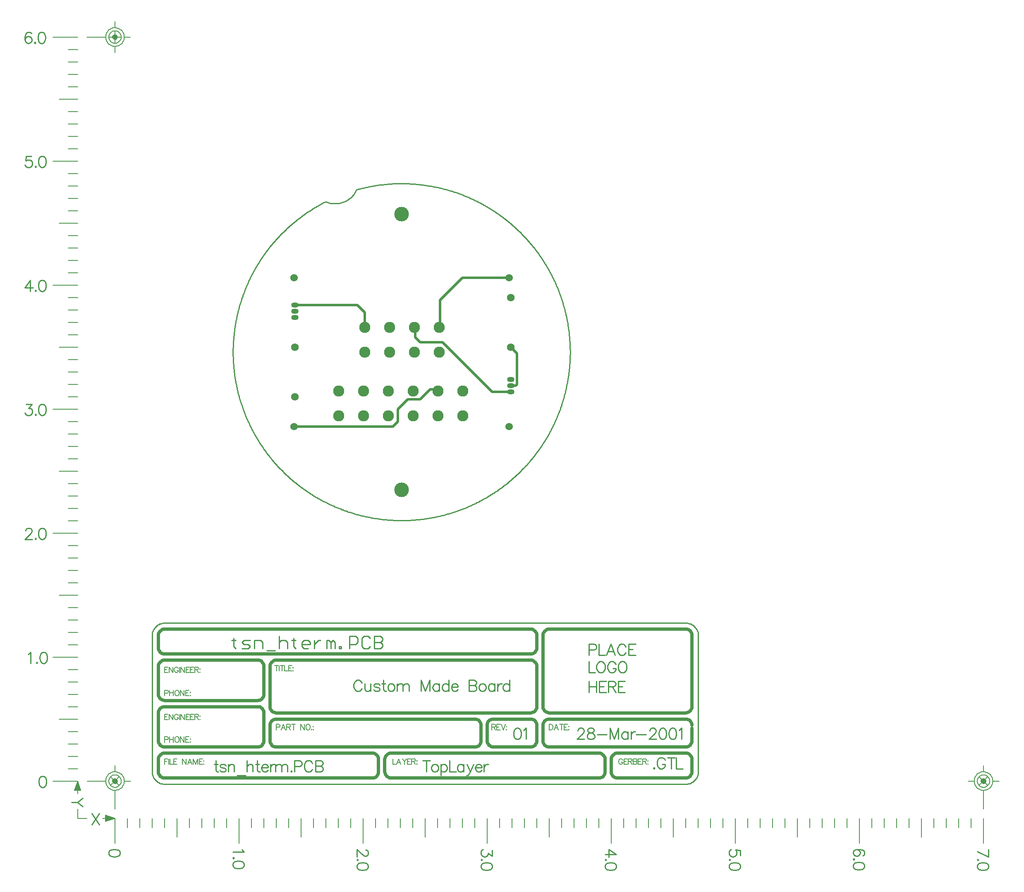
<source format=gtl>
%FSLAX23Y23*%
%MOIN*%
G70*
G01*
G75*
%ADD10C,0.020*%
%ADD11C,0.009*%
%ADD12C,0.010*%
%ADD13C,0.008*%
%ADD14C,0.025*%
%ADD15C,0.005*%
%ADD16C,0.090*%
%ADD17O,0.060X0.040*%
%ADD18C,0.060*%
%ADD19C,0.062*%
%ADD20C,0.118*%
D10*
X8612Y8332D02*
X9408D01*
X9583Y9129D02*
X9588D01*
Y9052D02*
Y9129D01*
Y9052D02*
X9628Y9012D01*
X9808D01*
X10208Y8612D01*
X10358D01*
X9408Y8332D02*
X9448Y8372D01*
Y8472D01*
X9528Y8552D01*
X9628D01*
X9708Y8632D01*
X9771D01*
Y8617D02*
Y8632D01*
X8618Y9312D02*
X9123D01*
X9183Y9252D01*
Y9129D02*
Y9252D01*
X9783Y9129D02*
X9788D01*
Y9352D01*
X9968Y9532D01*
X10345D01*
X10358Y8662D02*
X10398D01*
X10408Y8672D01*
Y8922D01*
X10358Y8972D02*
X10408Y8922D01*
D11*
X11513Y5580D02*
X11508Y5576D01*
X11513Y5572D01*
X11517Y5576D01*
X11513Y5580D01*
X11601Y5640D02*
X11597Y5649D01*
X11588Y5657D01*
X11580Y5662D01*
X11562D01*
X11554Y5657D01*
X11545Y5649D01*
X11541Y5640D01*
X11537Y5628D01*
Y5606D01*
X11541Y5593D01*
X11545Y5585D01*
X11554Y5576D01*
X11562Y5572D01*
X11580D01*
X11588Y5576D01*
X11597Y5585D01*
X11601Y5593D01*
Y5606D01*
X11580D02*
X11601D01*
X11652Y5662D02*
Y5572D01*
X11622Y5662D02*
X11682D01*
X11692D02*
Y5572D01*
X11744D01*
X6495Y11499D02*
X6491Y11507D01*
X6478Y11512D01*
X6469D01*
X6456Y11507D01*
X6448Y11495D01*
X6443Y11473D01*
Y11452D01*
X6448Y11435D01*
X6456Y11426D01*
X6469Y11422D01*
X6473D01*
X6486Y11426D01*
X6495Y11435D01*
X6499Y11448D01*
Y11452D01*
X6495Y11465D01*
X6486Y11473D01*
X6473Y11478D01*
X6469D01*
X6456Y11473D01*
X6448Y11465D01*
X6443Y11452D01*
X6523Y11430D02*
X6519Y11426D01*
X6523Y11422D01*
X6527Y11426D01*
X6523Y11430D01*
X6573Y11512D02*
X6560Y11507D01*
X6551Y11495D01*
X6547Y11473D01*
Y11460D01*
X6551Y11439D01*
X6560Y11426D01*
X6573Y11422D01*
X6581D01*
X6594Y11426D01*
X6603Y11439D01*
X6607Y11460D01*
Y11473D01*
X6603Y11495D01*
X6594Y11507D01*
X6581Y11512D01*
X6573D01*
X6486Y9512D02*
X6443Y9452D01*
X6508D01*
X6486Y9512D02*
Y9422D01*
X6528Y9430D02*
X6524Y9426D01*
X6528Y9422D01*
X6532Y9426D01*
X6528Y9430D01*
X6578Y9512D02*
X6565Y9507D01*
X6556Y9495D01*
X6552Y9473D01*
Y9460D01*
X6556Y9439D01*
X6565Y9426D01*
X6578Y9422D01*
X6586D01*
X6599Y9426D01*
X6608Y9439D01*
X6612Y9460D01*
Y9473D01*
X6608Y9495D01*
X6599Y9507D01*
X6586Y9512D01*
X6578D01*
X6448Y7490D02*
Y7495D01*
X6452Y7503D01*
X6456Y7508D01*
X6465Y7512D01*
X6482D01*
X6491Y7508D01*
X6495Y7503D01*
X6499Y7495D01*
Y7486D01*
X6495Y7478D01*
X6486Y7465D01*
X6443Y7422D01*
X6503D01*
X6528Y7430D02*
X6524Y7426D01*
X6528Y7422D01*
X6532Y7426D01*
X6528Y7430D01*
X6578Y7512D02*
X6565Y7508D01*
X6556Y7495D01*
X6552Y7473D01*
Y7460D01*
X6556Y7439D01*
X6565Y7426D01*
X6578Y7422D01*
X6586D01*
X6599Y7426D01*
X6608Y7439D01*
X6612Y7460D01*
Y7473D01*
X6608Y7495D01*
X6599Y7508D01*
X6586Y7512D01*
X6578D01*
X6582Y5512D02*
X6569Y5508D01*
X6560Y5495D01*
X6556Y5473D01*
Y5460D01*
X6560Y5439D01*
X6569Y5426D01*
X6582Y5422D01*
X6590D01*
X6603Y5426D01*
X6612Y5439D01*
X6616Y5460D01*
Y5473D01*
X6612Y5495D01*
X6603Y5508D01*
X6590Y5512D01*
X6582D01*
X6468Y6495D02*
X6477Y6499D01*
X6490Y6512D01*
Y6422D01*
X6539Y6430D02*
X6534Y6426D01*
X6539Y6422D01*
X6543Y6426D01*
X6539Y6430D01*
X6588Y6512D02*
X6576Y6508D01*
X6567Y6495D01*
X6563Y6473D01*
Y6460D01*
X6567Y6439D01*
X6576Y6426D01*
X6588Y6422D01*
X6597D01*
X6610Y6426D01*
X6618Y6439D01*
X6623Y6460D01*
Y6473D01*
X6618Y6495D01*
X6610Y6508D01*
X6597Y6512D01*
X6588D01*
X6452Y8512D02*
X6499D01*
X6473Y8478D01*
X6486D01*
X6495Y8473D01*
X6499Y8469D01*
X6503Y8456D01*
Y8448D01*
X6499Y8435D01*
X6491Y8426D01*
X6478Y8422D01*
X6465D01*
X6452Y8426D01*
X6448Y8430D01*
X6443Y8439D01*
X6528Y8430D02*
X6524Y8426D01*
X6528Y8422D01*
X6532Y8426D01*
X6528Y8430D01*
X6578Y8512D02*
X6565Y8507D01*
X6556Y8495D01*
X6552Y8473D01*
Y8460D01*
X6556Y8439D01*
X6565Y8426D01*
X6578Y8422D01*
X6586D01*
X6599Y8426D01*
X6608Y8439D01*
X6612Y8460D01*
Y8473D01*
X6608Y8495D01*
X6599Y8507D01*
X6586Y8512D01*
X6578D01*
X6495Y10512D02*
X6452D01*
X6448Y10473D01*
X6452Y10478D01*
X6465Y10482D01*
X6478D01*
X6491Y10478D01*
X6499Y10469D01*
X6503Y10456D01*
Y10448D01*
X6499Y10435D01*
X6491Y10426D01*
X6478Y10422D01*
X6465D01*
X6452Y10426D01*
X6448Y10430D01*
X6443Y10439D01*
X6528Y10430D02*
X6524Y10426D01*
X6528Y10422D01*
X6532Y10426D01*
X6528Y10430D01*
X6578Y10512D02*
X6565Y10507D01*
X6556Y10495D01*
X6552Y10473D01*
Y10460D01*
X6556Y10439D01*
X6565Y10426D01*
X6578Y10422D01*
X6586D01*
X6599Y10426D01*
X6608Y10439D01*
X6612Y10460D01*
Y10473D01*
X6608Y10495D01*
X6599Y10507D01*
X6586Y10512D01*
X6578D01*
X14208Y4862D02*
X14118Y4905D01*
X14208Y4922D02*
Y4862D01*
X14127Y4837D02*
X14123Y4842D01*
X14118Y4837D01*
X14123Y4833D01*
X14127Y4837D01*
X14208Y4788D02*
X14204Y4801D01*
X14191Y4809D01*
X14170Y4813D01*
X14157D01*
X14136Y4809D01*
X14123Y4801D01*
X14118Y4788D01*
Y4779D01*
X14123Y4766D01*
X14136Y4758D01*
X14157Y4753D01*
X14170D01*
X14191Y4758D01*
X14204Y4766D01*
X14208Y4779D01*
Y4788D01*
X12208Y4870D02*
Y4913D01*
X12170Y4918D01*
X12174Y4913D01*
X12178Y4900D01*
Y4888D01*
X12174Y4875D01*
X12166Y4866D01*
X12153Y4862D01*
X12144D01*
X12131Y4866D01*
X12123Y4875D01*
X12118Y4888D01*
Y4900D01*
X12123Y4913D01*
X12127Y4918D01*
X12136Y4922D01*
X12127Y4837D02*
X12123Y4842D01*
X12118Y4837D01*
X12123Y4833D01*
X12127Y4837D01*
X12208Y4788D02*
X12204Y4801D01*
X12191Y4809D01*
X12170Y4813D01*
X12157D01*
X12136Y4809D01*
X12123Y4801D01*
X12118Y4788D01*
Y4779D01*
X12123Y4766D01*
X12136Y4758D01*
X12157Y4753D01*
X12170D01*
X12191Y4758D01*
X12204Y4766D01*
X12208Y4779D01*
Y4788D01*
X10208Y4913D02*
Y4866D01*
X10174Y4892D01*
Y4879D01*
X10170Y4870D01*
X10166Y4866D01*
X10153Y4862D01*
X10144D01*
X10131Y4866D01*
X10123Y4875D01*
X10118Y4888D01*
Y4900D01*
X10123Y4913D01*
X10127Y4918D01*
X10136Y4922D01*
X10127Y4837D02*
X10123Y4842D01*
X10118Y4837D01*
X10123Y4833D01*
X10127Y4837D01*
X10208Y4788D02*
X10204Y4801D01*
X10191Y4809D01*
X10170Y4813D01*
X10157D01*
X10136Y4809D01*
X10123Y4801D01*
X10118Y4788D01*
Y4779D01*
X10123Y4766D01*
X10136Y4758D01*
X10157Y4753D01*
X10170D01*
X10191Y4758D01*
X10204Y4766D01*
X10208Y4779D01*
Y4788D01*
X8191Y4922D02*
X8196Y4913D01*
X8208Y4900D01*
X8118D01*
X8127Y4852D02*
X8123Y4856D01*
X8118Y4852D01*
X8123Y4847D01*
X8127Y4852D01*
X8208Y4802D02*
X8204Y4815D01*
X8191Y4823D01*
X8170Y4828D01*
X8157D01*
X8136Y4823D01*
X8123Y4815D01*
X8118Y4802D01*
Y4793D01*
X8123Y4780D01*
X8136Y4772D01*
X8157Y4768D01*
X8170D01*
X8191Y4772D01*
X8204Y4780D01*
X8208Y4793D01*
Y4802D01*
X7208Y4896D02*
X7204Y4909D01*
X7191Y4918D01*
X7170Y4922D01*
X7157D01*
X7136Y4918D01*
X7123Y4909D01*
X7118Y4896D01*
Y4888D01*
X7123Y4875D01*
X7136Y4866D01*
X7157Y4862D01*
X7170D01*
X7191Y4866D01*
X7204Y4875D01*
X7208Y4888D01*
Y4896D01*
X9187Y4918D02*
X9191D01*
X9200Y4913D01*
X9204Y4909D01*
X9208Y4900D01*
Y4883D01*
X9204Y4875D01*
X9200Y4870D01*
X9191Y4866D01*
X9183D01*
X9174Y4870D01*
X9161Y4879D01*
X9118Y4922D01*
Y4862D01*
X9127Y4837D02*
X9123Y4842D01*
X9118Y4837D01*
X9123Y4833D01*
X9127Y4837D01*
X9208Y4788D02*
X9204Y4801D01*
X9191Y4809D01*
X9170Y4813D01*
X9157D01*
X9136Y4809D01*
X9123Y4801D01*
X9118Y4788D01*
Y4779D01*
X9123Y4766D01*
X9136Y4758D01*
X9157Y4753D01*
X9170D01*
X9191Y4758D01*
X9204Y4766D01*
X9208Y4779D01*
Y4788D01*
X11208Y4879D02*
X11148Y4922D01*
Y4858D01*
X11208Y4879D02*
X11118D01*
X11127Y4837D02*
X11123Y4842D01*
X11118Y4837D01*
X11123Y4833D01*
X11127Y4837D01*
X11208Y4788D02*
X11204Y4801D01*
X11191Y4809D01*
X11170Y4813D01*
X11157D01*
X11136Y4809D01*
X11123Y4801D01*
X11118Y4788D01*
Y4779D01*
X11123Y4766D01*
X11136Y4758D01*
X11157Y4753D01*
X11170D01*
X11191Y4758D01*
X11204Y4766D01*
X11208Y4779D01*
Y4788D01*
X13196Y4870D02*
X13204Y4875D01*
X13208Y4888D01*
Y4896D01*
X13204Y4909D01*
X13191Y4918D01*
X13170Y4922D01*
X13148D01*
X13131Y4918D01*
X13123Y4909D01*
X13118Y4896D01*
Y4892D01*
X13123Y4879D01*
X13131Y4870D01*
X13144Y4866D01*
X13148D01*
X13161Y4870D01*
X13170Y4879D01*
X13174Y4892D01*
Y4896D01*
X13170Y4909D01*
X13161Y4918D01*
X13148Y4922D01*
X13127Y4842D02*
X13123Y4846D01*
X13118Y4842D01*
X13123Y4838D01*
X13127Y4842D01*
X13208Y4792D02*
X13204Y4805D01*
X13191Y4814D01*
X13170Y4818D01*
X13157D01*
X13136Y4814D01*
X13123Y4805D01*
X13118Y4792D01*
Y4784D01*
X13123Y4771D01*
X13136Y4762D01*
X13157Y4758D01*
X13170D01*
X13191Y4762D01*
X13204Y4771D01*
X13208Y4784D01*
Y4792D01*
X6981Y5212D02*
X7041Y5122D01*
Y5212D02*
X6981Y5122D01*
X6908Y5334D02*
X6866Y5300D01*
X6818D01*
X6908Y5266D02*
X6866Y5300D01*
X10898Y5878D02*
Y5882D01*
X10902Y5891D01*
X10906Y5895D01*
X10915Y5899D01*
X10932D01*
X10941Y5895D01*
X10945Y5891D01*
X10949Y5882D01*
Y5874D01*
X10945Y5865D01*
X10936Y5852D01*
X10893Y5809D01*
X10953D01*
X10995Y5899D02*
X10982Y5895D01*
X10978Y5886D01*
Y5878D01*
X10982Y5869D01*
X10991Y5865D01*
X11008Y5861D01*
X11021Y5856D01*
X11029Y5848D01*
X11034Y5839D01*
Y5826D01*
X11029Y5818D01*
X11025Y5814D01*
X11012Y5809D01*
X10995D01*
X10982Y5814D01*
X10978Y5818D01*
X10974Y5826D01*
Y5839D01*
X10978Y5848D01*
X10986Y5856D01*
X10999Y5861D01*
X11016Y5865D01*
X11025Y5869D01*
X11029Y5878D01*
Y5886D01*
X11025Y5895D01*
X11012Y5899D01*
X10995D01*
X11054Y5848D02*
X11131D01*
X11157Y5899D02*
Y5809D01*
Y5899D02*
X11192Y5809D01*
X11226Y5899D02*
X11192Y5809D01*
X11226Y5899D02*
Y5809D01*
X11303Y5869D02*
Y5809D01*
Y5856D02*
X11295Y5865D01*
X11286Y5869D01*
X11273D01*
X11265Y5865D01*
X11256Y5856D01*
X11252Y5844D01*
Y5835D01*
X11256Y5822D01*
X11265Y5814D01*
X11273Y5809D01*
X11286D01*
X11295Y5814D01*
X11303Y5822D01*
X11327Y5869D02*
Y5809D01*
Y5844D02*
X11331Y5856D01*
X11340Y5865D01*
X11349Y5869D01*
X11361D01*
X11370Y5848D02*
X11447D01*
X11478Y5878D02*
Y5882D01*
X11482Y5891D01*
X11486Y5895D01*
X11495Y5899D01*
X11512D01*
X11520Y5895D01*
X11525Y5891D01*
X11529Y5882D01*
Y5874D01*
X11525Y5865D01*
X11516Y5852D01*
X11473Y5809D01*
X11533D01*
X11579Y5899D02*
X11566Y5895D01*
X11558Y5882D01*
X11553Y5861D01*
Y5848D01*
X11558Y5826D01*
X11566Y5814D01*
X11579Y5809D01*
X11588D01*
X11600Y5814D01*
X11609Y5826D01*
X11613Y5848D01*
Y5861D01*
X11609Y5882D01*
X11600Y5895D01*
X11588Y5899D01*
X11579D01*
X11659D02*
X11646Y5895D01*
X11638Y5882D01*
X11633Y5861D01*
Y5848D01*
X11638Y5826D01*
X11646Y5814D01*
X11659Y5809D01*
X11668D01*
X11681Y5814D01*
X11689Y5826D01*
X11693Y5848D01*
Y5861D01*
X11689Y5882D01*
X11681Y5895D01*
X11668Y5899D01*
X11659D01*
X11714Y5882D02*
X11722Y5886D01*
X11735Y5899D01*
Y5809D01*
X10988Y6277D02*
Y6187D01*
X11048Y6277D02*
Y6187D01*
X10988Y6234D02*
X11048D01*
X11129Y6277D02*
X11073D01*
Y6187D01*
X11129D01*
X11073Y6234D02*
X11108D01*
X11144Y6277D02*
Y6187D01*
Y6277D02*
X11183D01*
X11195Y6273D01*
X11200Y6268D01*
X11204Y6260D01*
Y6251D01*
X11200Y6243D01*
X11195Y6238D01*
X11183Y6234D01*
X11144D01*
X11174D02*
X11204Y6187D01*
X11280Y6277D02*
X11224D01*
Y6187D01*
X11280D01*
X11224Y6234D02*
X11258D01*
X10988Y6437D02*
Y6347D01*
X11040D01*
X11075Y6437D02*
X11067Y6432D01*
X11058Y6424D01*
X11054Y6415D01*
X11050Y6403D01*
Y6381D01*
X11054Y6368D01*
X11058Y6360D01*
X11067Y6351D01*
X11075Y6347D01*
X11093D01*
X11101Y6351D01*
X11110Y6360D01*
X11114Y6368D01*
X11118Y6381D01*
Y6403D01*
X11114Y6415D01*
X11110Y6424D01*
X11101Y6432D01*
X11093Y6437D01*
X11075D01*
X11204Y6415D02*
X11199Y6424D01*
X11191Y6432D01*
X11182Y6437D01*
X11165D01*
X11156Y6432D01*
X11148Y6424D01*
X11144Y6415D01*
X11139Y6403D01*
Y6381D01*
X11144Y6368D01*
X11148Y6360D01*
X11156Y6351D01*
X11165Y6347D01*
X11182D01*
X11191Y6351D01*
X11199Y6360D01*
X11204Y6368D01*
Y6381D01*
X11182D02*
X11204D01*
X11250Y6437D02*
X11241Y6432D01*
X11233Y6424D01*
X11228Y6415D01*
X11224Y6403D01*
Y6381D01*
X11228Y6368D01*
X11233Y6360D01*
X11241Y6351D01*
X11250Y6347D01*
X11267D01*
X11276Y6351D01*
X11284Y6360D01*
X11288Y6368D01*
X11293Y6381D01*
Y6403D01*
X11288Y6415D01*
X11284Y6424D01*
X11276Y6432D01*
X11267Y6437D01*
X11250D01*
X10988Y6530D02*
X11027D01*
X11040Y6534D01*
X11044Y6538D01*
X11048Y6547D01*
Y6560D01*
X11044Y6568D01*
X11040Y6573D01*
X11027Y6577D01*
X10988D01*
Y6487D01*
X11069Y6577D02*
Y6487D01*
X11120D01*
X11198D02*
X11164Y6577D01*
X11130Y6487D01*
X11143Y6517D02*
X11186D01*
X11284Y6555D02*
X11279Y6564D01*
X11271Y6573D01*
X11262Y6577D01*
X11245D01*
X11237Y6573D01*
X11228Y6564D01*
X11224Y6555D01*
X11219Y6543D01*
Y6521D01*
X11224Y6508D01*
X11228Y6500D01*
X11237Y6491D01*
X11245Y6487D01*
X11262D01*
X11271Y6491D01*
X11279Y6500D01*
X11284Y6508D01*
X11365Y6577D02*
X11309D01*
Y6487D01*
X11365D01*
X11309Y6534D02*
X11343D01*
X10407Y5899D02*
X10394Y5895D01*
X10385Y5882D01*
X10381Y5861D01*
Y5848D01*
X10385Y5826D01*
X10394Y5814D01*
X10407Y5809D01*
X10415D01*
X10428Y5814D01*
X10437Y5826D01*
X10441Y5848D01*
Y5861D01*
X10437Y5882D01*
X10428Y5895D01*
X10415Y5899D01*
X10407D01*
X10461Y5882D02*
X10470Y5886D01*
X10483Y5899D01*
Y5809D01*
X9678Y5637D02*
Y5547D01*
X9648Y5637D02*
X9708D01*
X9741Y5607D02*
X9732Y5603D01*
X9723Y5594D01*
X9719Y5581D01*
Y5573D01*
X9723Y5560D01*
X9732Y5551D01*
X9741Y5547D01*
X9753D01*
X9762Y5551D01*
X9771Y5560D01*
X9775Y5573D01*
Y5581D01*
X9771Y5594D01*
X9762Y5603D01*
X9753Y5607D01*
X9741D01*
X9795D02*
Y5517D01*
Y5594D02*
X9803Y5603D01*
X9812Y5607D01*
X9825D01*
X9833Y5603D01*
X9842Y5594D01*
X9846Y5581D01*
Y5573D01*
X9842Y5560D01*
X9833Y5551D01*
X9825Y5547D01*
X9812D01*
X9803Y5551D01*
X9795Y5560D01*
X9865Y5637D02*
Y5547D01*
X9917D01*
X9978Y5607D02*
Y5547D01*
Y5594D02*
X9969Y5603D01*
X9961Y5607D01*
X9948D01*
X9939Y5603D01*
X9931Y5594D01*
X9927Y5581D01*
Y5573D01*
X9931Y5560D01*
X9939Y5551D01*
X9948Y5547D01*
X9961D01*
X9969Y5551D01*
X9978Y5560D01*
X10006Y5607D02*
X10032Y5547D01*
X10058Y5607D02*
X10032Y5547D01*
X10023Y5530D01*
X10015Y5521D01*
X10006Y5517D01*
X10002D01*
X10073Y5581D02*
X10124D01*
Y5590D01*
X10120Y5598D01*
X10116Y5603D01*
X10107Y5607D01*
X10094D01*
X10086Y5603D01*
X10077Y5594D01*
X10073Y5581D01*
Y5573D01*
X10077Y5560D01*
X10086Y5551D01*
X10094Y5547D01*
X10107D01*
X10116Y5551D01*
X10124Y5560D01*
X10143Y5607D02*
Y5547D01*
Y5581D02*
X10148Y5594D01*
X10156Y5603D01*
X10165Y5607D01*
X10178D01*
X7981Y5637D02*
Y5564D01*
X7986Y5551D01*
X7994Y5547D01*
X8003D01*
X7968Y5607D02*
X7998D01*
X8063Y5594D02*
X8058Y5603D01*
X8046Y5607D01*
X8033D01*
X8020Y5603D01*
X8016Y5594D01*
X8020Y5585D01*
X8028Y5581D01*
X8050Y5577D01*
X8058Y5573D01*
X8063Y5564D01*
Y5560D01*
X8058Y5551D01*
X8046Y5547D01*
X8033D01*
X8020Y5551D01*
X8016Y5560D01*
X8082Y5607D02*
Y5547D01*
Y5590D02*
X8094Y5603D01*
X8103Y5607D01*
X8116D01*
X8124Y5603D01*
X8129Y5590D01*
Y5547D01*
X8152Y5517D02*
X8221D01*
X8232Y5637D02*
Y5547D01*
Y5590D02*
X8245Y5603D01*
X8254Y5607D01*
X8267D01*
X8275Y5603D01*
X8280Y5590D01*
Y5547D01*
X8316Y5637D02*
Y5564D01*
X8320Y5551D01*
X8329Y5547D01*
X8337D01*
X8303Y5607D02*
X8333D01*
X8350Y5581D02*
X8402D01*
Y5590D01*
X8397Y5598D01*
X8393Y5603D01*
X8385Y5607D01*
X8372D01*
X8363Y5603D01*
X8355Y5594D01*
X8350Y5581D01*
Y5573D01*
X8355Y5560D01*
X8363Y5551D01*
X8372Y5547D01*
X8385D01*
X8393Y5551D01*
X8402Y5560D01*
X8421Y5607D02*
Y5547D01*
Y5581D02*
X8425Y5594D01*
X8434Y5603D01*
X8442Y5607D01*
X8455D01*
X8463D02*
Y5547D01*
Y5590D02*
X8476Y5603D01*
X8485Y5607D01*
X8498D01*
X8506Y5603D01*
X8511Y5590D01*
Y5547D01*
Y5590D02*
X8523Y5603D01*
X8532Y5607D01*
X8545D01*
X8553Y5603D01*
X8558Y5590D01*
Y5547D01*
X8590Y5555D02*
X8586Y5551D01*
X8590Y5547D01*
X8595Y5551D01*
X8590Y5555D01*
X8614Y5590D02*
X8653D01*
X8666Y5594D01*
X8670Y5598D01*
X8674Y5607D01*
Y5620D01*
X8670Y5628D01*
X8666Y5633D01*
X8653Y5637D01*
X8614D01*
Y5547D01*
X8759Y5615D02*
X8754Y5624D01*
X8746Y5633D01*
X8737Y5637D01*
X8720D01*
X8711Y5633D01*
X8703Y5624D01*
X8699Y5615D01*
X8694Y5603D01*
Y5581D01*
X8699Y5568D01*
X8703Y5560D01*
X8711Y5551D01*
X8720Y5547D01*
X8737D01*
X8746Y5551D01*
X8754Y5560D01*
X8759Y5568D01*
X8784Y5637D02*
Y5547D01*
Y5637D02*
X8822D01*
X8835Y5633D01*
X8840Y5628D01*
X8844Y5620D01*
Y5611D01*
X8840Y5603D01*
X8835Y5598D01*
X8822Y5594D01*
X8784D02*
X8822D01*
X8835Y5590D01*
X8840Y5585D01*
X8844Y5577D01*
Y5564D01*
X8840Y5555D01*
X8835Y5551D01*
X8822Y5547D01*
X8784D01*
X9158Y6265D02*
X9153Y6274D01*
X9145Y6282D01*
X9136Y6287D01*
X9119D01*
X9111Y6282D01*
X9102Y6274D01*
X9098Y6265D01*
X9093Y6253D01*
Y6231D01*
X9098Y6218D01*
X9102Y6210D01*
X9111Y6201D01*
X9119Y6197D01*
X9136D01*
X9145Y6201D01*
X9153Y6210D01*
X9158Y6218D01*
X9183Y6257D02*
Y6214D01*
X9187Y6201D01*
X9196Y6197D01*
X9209D01*
X9217Y6201D01*
X9230Y6214D01*
Y6257D02*
Y6197D01*
X9301Y6244D02*
X9297Y6253D01*
X9284Y6257D01*
X9271D01*
X9258Y6253D01*
X9254Y6244D01*
X9258Y6235D01*
X9267Y6231D01*
X9288Y6227D01*
X9297Y6223D01*
X9301Y6214D01*
Y6210D01*
X9297Y6201D01*
X9284Y6197D01*
X9271D01*
X9258Y6201D01*
X9254Y6210D01*
X9333Y6287D02*
Y6214D01*
X9337Y6201D01*
X9345Y6197D01*
X9354D01*
X9320Y6257D02*
X9350D01*
X9388D02*
X9380Y6253D01*
X9371Y6244D01*
X9367Y6231D01*
Y6223D01*
X9371Y6210D01*
X9380Y6201D01*
X9388Y6197D01*
X9401D01*
X9410Y6201D01*
X9418Y6210D01*
X9423Y6223D01*
Y6231D01*
X9418Y6244D01*
X9410Y6253D01*
X9401Y6257D01*
X9388D01*
X9442D02*
Y6197D01*
Y6240D02*
X9455Y6253D01*
X9464Y6257D01*
X9477D01*
X9485Y6253D01*
X9489Y6240D01*
Y6197D01*
Y6240D02*
X9502Y6253D01*
X9511Y6257D01*
X9524D01*
X9532Y6253D01*
X9537Y6240D01*
Y6197D01*
X9636Y6287D02*
Y6197D01*
Y6287D02*
X9670Y6197D01*
X9704Y6287D02*
X9670Y6197D01*
X9704Y6287D02*
Y6197D01*
X9781Y6257D02*
Y6197D01*
Y6244D02*
X9773Y6253D01*
X9764Y6257D01*
X9751D01*
X9743Y6253D01*
X9734Y6244D01*
X9730Y6231D01*
Y6223D01*
X9734Y6210D01*
X9743Y6201D01*
X9751Y6197D01*
X9764D01*
X9773Y6201D01*
X9781Y6210D01*
X9857Y6287D02*
Y6197D01*
Y6244D02*
X9848Y6253D01*
X9839Y6257D01*
X9827D01*
X9818Y6253D01*
X9809Y6244D01*
X9805Y6231D01*
Y6223D01*
X9809Y6210D01*
X9818Y6201D01*
X9827Y6197D01*
X9839D01*
X9848Y6201D01*
X9857Y6210D01*
X9881Y6231D02*
X9932D01*
Y6240D01*
X9928Y6248D01*
X9923Y6253D01*
X9915Y6257D01*
X9902D01*
X9893Y6253D01*
X9885Y6244D01*
X9881Y6231D01*
Y6223D01*
X9885Y6210D01*
X9893Y6201D01*
X9902Y6197D01*
X9915D01*
X9923Y6201D01*
X9932Y6210D01*
X10022Y6287D02*
Y6197D01*
Y6287D02*
X10061D01*
X10073Y6282D01*
X10078Y6278D01*
X10082Y6270D01*
Y6261D01*
X10078Y6253D01*
X10073Y6248D01*
X10061Y6244D01*
X10022D02*
X10061D01*
X10073Y6240D01*
X10078Y6235D01*
X10082Y6227D01*
Y6214D01*
X10078Y6205D01*
X10073Y6201D01*
X10061Y6197D01*
X10022D01*
X10124Y6257D02*
X10115Y6253D01*
X10106Y6244D01*
X10102Y6231D01*
Y6223D01*
X10106Y6210D01*
X10115Y6201D01*
X10124Y6197D01*
X10136D01*
X10145Y6201D01*
X10154Y6210D01*
X10158Y6223D01*
Y6231D01*
X10154Y6244D01*
X10145Y6253D01*
X10136Y6257D01*
X10124D01*
X10229D02*
Y6197D01*
Y6244D02*
X10220Y6253D01*
X10212Y6257D01*
X10199D01*
X10190Y6253D01*
X10182Y6244D01*
X10178Y6231D01*
Y6223D01*
X10182Y6210D01*
X10190Y6201D01*
X10199Y6197D01*
X10212D01*
X10220Y6201D01*
X10229Y6210D01*
X10253Y6257D02*
Y6197D01*
Y6231D02*
X10257Y6244D01*
X10266Y6253D01*
X10274Y6257D01*
X10287D01*
X10347Y6287D02*
Y6197D01*
Y6244D02*
X10338Y6253D01*
X10330Y6257D01*
X10317D01*
X10308Y6253D01*
X10300Y6244D01*
X10295Y6231D01*
Y6223D01*
X10300Y6210D01*
X10308Y6201D01*
X10317Y6197D01*
X10330D01*
X10338Y6201D01*
X10347Y6210D01*
D12*
X8867Y10145D02*
X8876Y10141D01*
X8886Y10138D01*
X8895Y10135D01*
X8905Y10132D01*
X8915Y10131D01*
X8925Y10129D01*
X8936Y10129D01*
X8946Y10129D01*
X8956Y10129D01*
X8966Y10130D01*
X8976Y10132D01*
X8986Y10134D01*
X8996Y10136D01*
X9005Y10140D01*
X9015Y10143D01*
X9024Y10147D01*
X9033Y10152D01*
X9042Y10157D01*
X9051Y10163D01*
X9059Y10169D01*
X9066Y10175D01*
X9074Y10182D01*
X9081Y10190D01*
X9088Y10197D01*
X9094Y10205D01*
X9100Y10214D01*
X9105Y10222D01*
X9110Y10231D01*
X9114Y10241D01*
X7568Y6747D02*
X7559Y6746D01*
X7549Y6745D01*
X7539Y6742D01*
X7530Y6739D01*
X7521Y6735D01*
X7513Y6730D01*
X7505Y6724D01*
X7498Y6718D01*
X7491Y6710D01*
X7485Y6702D01*
X7480Y6694D01*
X7476Y6685D01*
X7473Y6676D01*
X7470Y6666D01*
X7469Y6657D01*
X7468Y6647D01*
Y5548D02*
X7469Y5538D01*
X7470Y5528D01*
X7473Y5519D01*
X7476Y5510D01*
X7480Y5501D01*
X7485Y5492D01*
X7491Y5484D01*
X7497Y5477D01*
X7505Y5470D01*
X7512Y5464D01*
X7521Y5459D01*
X7530Y5455D01*
X7539Y5452D01*
X7548Y5449D01*
X7558Y5447D01*
X7568Y5447D01*
X11768Y5447D02*
X11778Y5447D01*
X11788Y5449D01*
X11798Y5451D01*
X11807Y5454D01*
X11816Y5459D01*
X11824Y5464D01*
X11832Y5470D01*
X11839Y5476D01*
X11846Y5483D01*
X11852Y5491D01*
X11857Y5500D01*
X11861Y5509D01*
X11864Y5518D01*
X11867Y5527D01*
X11868Y5537D01*
X11868Y5547D01*
Y6647D02*
X11868Y6657D01*
X11867Y6666D01*
X11864Y6676D01*
X11861Y6685D01*
X11857Y6694D01*
X11852Y6702D01*
X11846Y6710D01*
X11839Y6718D01*
X11832Y6724D01*
X11824Y6730D01*
X11816Y6735D01*
X11807Y6739D01*
X11798Y6742D01*
X11788Y6745D01*
X11778Y6746D01*
X11768Y6747D01*
X8867Y10145D02*
X8858Y10140D01*
X8849Y10136D01*
X8840Y10131D01*
X8831Y10126D01*
X8822Y10121D01*
X8814Y10117D01*
X8805Y10112D01*
X8796Y10107D01*
X8788Y10102D01*
X8779Y10096D01*
X8770Y10091D01*
X8762Y10086D01*
X8754Y10081D01*
X8745Y10075D01*
X8737Y10070D01*
X8728Y10064D01*
X8720Y10059D01*
X8712Y10053D01*
X8703Y10048D01*
X8695Y10042D01*
X8687Y10036D01*
X8679Y10030D01*
X8671Y10024D01*
X8663Y10018D01*
X8655Y10012D01*
X8647Y10006D01*
X8639Y10000D01*
X8631Y9994D01*
X8624Y9988D01*
X8616Y9981D01*
X8608Y9975D01*
X8600Y9968D01*
X8593Y9962D01*
X8585Y9955D01*
X8578Y9949D01*
X8570Y9942D01*
X8563Y9935D01*
X8556Y9929D01*
X8548Y9922D01*
X8541Y9915D01*
X8534Y9908D01*
X8527Y9901D01*
X8520Y9894D01*
X8512Y9887D01*
X8505Y9880D01*
X8499Y9873D01*
X8492Y9865D01*
X8485Y9858D01*
X8478Y9851D01*
X8471Y9843D01*
X8465Y9836D01*
X8458Y9828D01*
X8451Y9821D01*
X8445Y9813D01*
X8438Y9806D01*
X8432Y9798D01*
X8426Y9790D01*
X8419Y9783D01*
X8413Y9775D01*
X8407Y9767D01*
X8401Y9759D01*
X8395Y9751D01*
X8389Y9743D01*
X8383Y9735D01*
X8377Y9727D01*
X8371Y9719D01*
X8365Y9711D01*
X8360Y9702D01*
X8354Y9694D01*
X8348Y9686D01*
X8343Y9677D01*
X8337Y9669D01*
X8332Y9661D01*
X8327Y9652D01*
X8321Y9644D01*
X8316Y9635D01*
X8311Y9627D01*
X8306Y9618D01*
X8301Y9609D01*
X8296Y9601D01*
X8291Y9592D01*
X8286Y9583D01*
X8282Y9574D01*
X8277Y9566D01*
X8272Y9557D01*
X8268Y9548D01*
X8263Y9539D01*
X8259Y9530D01*
X8254Y9521D01*
X8250Y9512D01*
X8246Y9503D01*
X8242Y9494D01*
X8238Y9485D01*
X8234Y9475D01*
X8230Y9466D01*
X8226Y9457D01*
X8222Y9448D01*
X8218Y9439D01*
X8214Y9429D01*
X8211Y9420D01*
X8207Y9411D01*
X8204Y9401D01*
X8200Y9392D01*
X8197Y9382D01*
X8194Y9373D01*
X8190Y9364D01*
X8187Y9354D01*
X8184Y9345D01*
X8181Y9335D01*
X8178Y9325D01*
X8175Y9316D01*
X8173Y9306D01*
X8170Y9297D01*
X8167Y9287D01*
X8165Y9277D01*
X8162Y9268D01*
X8160Y9258D01*
X8157Y9248D01*
X8155Y9239D01*
X8153Y9229D01*
X8151Y9219D01*
X8149Y9209D01*
X8147Y9199D01*
X8145Y9190D01*
X8143Y9180D01*
X8141Y9170D01*
X8139Y9160D01*
X8138Y9150D01*
X8136Y9140D01*
X8135Y9131D01*
X8133Y9121D01*
X8132Y9111D01*
X8131Y9101D01*
X8129Y9091D01*
X8128Y9081D01*
X8127Y9071D01*
X8126Y9061D01*
X8125Y9051D01*
X8125Y9041D01*
X8124Y9031D01*
X8123Y9021D01*
X8122Y9011D01*
X8122Y9001D01*
X8121Y8991D01*
X8121Y8981D01*
X8121Y8971D01*
X8120Y8961D01*
X8120Y8951D01*
X8120Y8941D01*
X8120Y8931D01*
X8120Y8921D01*
X8120Y8911D01*
X8120Y8901D01*
X8121Y8891D01*
X8121Y8881D01*
X8121Y8871D01*
X8122Y8861D01*
X8123Y8851D01*
X8123Y8841D01*
X8124Y8831D01*
X8125Y8821D01*
X8125Y8811D01*
X8126Y8801D01*
X8127Y8792D01*
X8128Y8782D01*
X8130Y8772D01*
X8131Y8762D01*
X8132Y8752D01*
X8133Y8742D01*
X8135Y8732D01*
X8136Y8722D01*
X8138Y8712D01*
X8140Y8702D01*
X8141Y8693D01*
X8143Y8683D01*
X8145Y8673D01*
X8147Y8663D01*
X8149Y8653D01*
X8151Y8644D01*
X8153Y8634D01*
X8156Y8624D01*
X8158Y8614D01*
X8160Y8605D01*
X8163Y8595D01*
X8165Y8585D01*
X8168Y8576D01*
X8170Y8566D01*
X8173Y8556D01*
X8176Y8547D01*
X8179Y8537D01*
X8182Y8528D01*
X8185Y8518D01*
X8188Y8509D01*
X8191Y8499D01*
X8194Y8490D01*
X8197Y8480D01*
X8201Y8471D01*
X8204Y8461D01*
X8208Y8452D01*
X8211Y8443D01*
X8215Y8433D01*
X8219Y8424D01*
X8222Y8415D01*
X8226Y8406D01*
X8230Y8396D01*
X8234Y8387D01*
X8238Y8378D01*
X8242Y8369D01*
X8247Y8360D01*
X8251Y8351D01*
X8255Y8342D01*
X8259Y8333D01*
X8264Y8324D01*
X8268Y8315D01*
X8273Y8306D01*
X8278Y8297D01*
X8282Y8288D01*
X8287Y8280D01*
X8292Y8271D01*
X8297Y8262D01*
X8302Y8253D01*
X8307Y8245D01*
X8312Y8236D01*
X8317Y8228D01*
X8322Y8219D01*
X8328Y8211D01*
X8333Y8202D01*
X8338Y8194D01*
X8344Y8185D01*
X8349Y8177D01*
X8355Y8169D01*
X8361Y8160D01*
X8366Y8152D01*
X8372Y8144D01*
X8378Y8136D01*
X8384Y8128D01*
X8390Y8120D01*
X8396Y8112D01*
X8402Y8104D01*
X8408Y8096D01*
X8414Y8088D01*
X8420Y8080D01*
X8427Y8073D01*
X8433Y8065D01*
X8439Y8057D01*
X8446Y8050D01*
X8452Y8042D01*
X8459Y8034D01*
X8466Y8027D01*
X8472Y8020D01*
X8479Y8012D01*
X8486Y8005D01*
X8493Y7998D01*
X8500Y7990D01*
X8507Y7983D01*
X8514Y7976D01*
X8521Y7969D01*
X8528Y7962D01*
X8535Y7955D01*
X8542Y7948D01*
X8549Y7941D01*
X8557Y7934D01*
X8564Y7928D01*
X8571Y7921D01*
X8579Y7914D01*
X8586Y7908D01*
X8594Y7901D01*
X8602Y7895D01*
X8609Y7888D01*
X8617Y7882D01*
X8625Y7876D01*
X8633Y7869D01*
X8640Y7863D01*
X8648Y7857D01*
X8656Y7851D01*
X8664Y7845D01*
X8672Y7839D01*
X8680Y7833D01*
X8688Y7827D01*
X8697Y7821D01*
X8705Y7816D01*
X8713Y7810D01*
X8721Y7804D01*
X8730Y7799D01*
X8738Y7793D01*
X8746Y7788D01*
X8755Y7783D01*
X8763Y7777D01*
X8772Y7772D01*
X8780Y7767D01*
X8789Y7762D01*
X8798Y7757D01*
X8806Y7752D01*
X8815Y7747D01*
X8824Y7742D01*
X8832Y7737D01*
X8841Y7732D01*
X8850Y7728D01*
X8859Y7723D01*
X8868Y7719D01*
X8877Y7714D01*
X8886Y7710D01*
X8895Y7705D01*
X8904Y7701D01*
X8913Y7697D01*
X8922Y7693D01*
X8931Y7689D01*
X8940Y7685D01*
X8950Y7681D01*
X8959Y7677D01*
X8968Y7673D01*
X8977Y7670D01*
X8987Y7666D01*
X8996Y7662D01*
X9005Y7659D01*
X9015Y7655D01*
X9024Y7652D01*
X9034Y7649D01*
X9043Y7645D01*
X9053Y7642D01*
X9062Y7639D01*
X9072Y7636D01*
X9081Y7633D01*
X9091Y7630D01*
X9100Y7627D01*
X9110Y7625D01*
X9120Y7622D01*
X9129Y7619D01*
X9139Y7617D01*
X9149Y7614D01*
X9158Y7612D01*
X9168Y7610D01*
X9178Y7607D01*
X9187Y7605D01*
X9197Y7603D01*
X9207Y7601D01*
X9217Y7599D01*
X9227Y7597D01*
X9236Y7595D01*
X9246Y7594D01*
X9256Y7592D01*
X9266Y7590D01*
X9276Y7589D01*
X9286Y7587D01*
X9296Y7586D01*
X9306Y7585D01*
X9316Y7584D01*
X9325Y7582D01*
X9335Y7581D01*
X9345Y7580D01*
X9355Y7579D01*
X9365Y7578D01*
X9375Y7578D01*
X9385Y7577D01*
X9395Y7576D01*
X9405Y7576D01*
X9415Y7575D01*
X9425Y7575D01*
X9435Y7574D01*
X9445Y7574D01*
X9455Y7574D01*
X9465Y7574D01*
X9475Y7574D01*
X9485Y7574D01*
X9495Y7574D01*
X9505Y7574D01*
X9515Y7574D01*
X9525Y7575D01*
X9535Y7575D01*
X9545Y7575D01*
X9555Y7576D01*
X9565Y7577D01*
X9575Y7577D01*
X9585Y7578D01*
X9595Y7579D01*
X9605Y7580D01*
X9615Y7581D01*
X9625Y7582D01*
X9635Y7583D01*
X9645Y7584D01*
X9655Y7585D01*
X9665Y7587D01*
X9674Y7588D01*
X9684Y7589D01*
X9694Y7591D01*
X9704Y7593D01*
X9714Y7594D01*
X9724Y7596D01*
X9734Y7598D01*
X9743Y7600D01*
X9753Y7602D01*
X9763Y7604D01*
X9773Y7606D01*
X9782Y7608D01*
X9792Y7611D01*
X9802Y7613D01*
X9812Y7615D01*
X9821Y7618D01*
X9831Y7620D01*
X9841Y7623D01*
X9850Y7626D01*
X9860Y7628D01*
X9869Y7631D01*
X9879Y7634D01*
X9889Y7637D01*
X9898Y7640D01*
X9908Y7643D01*
X9917Y7647D01*
X9927Y7650D01*
X9936Y7653D01*
X9945Y7657D01*
X9955Y7660D01*
X9964Y7664D01*
X9973Y7667D01*
X9983Y7671D01*
X9992Y7675D01*
X10001Y7678D01*
X10010Y7682D01*
X10020Y7686D01*
X10029Y7690D01*
X10038Y7694D01*
X10047Y7699D01*
X10056Y7703D01*
X10065Y7707D01*
X10074Y7711D01*
X10083Y7716D01*
X10092Y7720D01*
X10101Y7725D01*
X10110Y7729D01*
X10119Y7734D01*
X10127Y7739D01*
X10136Y7744D01*
X10145Y7749D01*
X10154Y7753D01*
X10162Y7758D01*
X10171Y7764D01*
X10179Y7769D01*
X10188Y7774D01*
X10196Y7779D01*
X10205Y7784D01*
X10213Y7790D01*
X10222Y7795D01*
X10230Y7801D01*
X10238Y7806D01*
X10247Y7812D01*
X10255Y7818D01*
X10263Y7823D01*
X10271Y7829D01*
X10279Y7835D01*
X10287Y7841D01*
X10295Y7847D01*
X10303Y7853D01*
X10311Y7859D01*
X10319Y7865D01*
X10327Y7871D01*
X10335Y7878D01*
X10342Y7884D01*
X10350Y7890D01*
X10358Y7897D01*
X10365Y7903D01*
X10373Y7910D01*
X10380Y7917D01*
X10388Y7923D01*
X10395Y7930D01*
X10403Y7937D01*
X10410Y7944D01*
X10417Y7950D01*
X10424Y7957D01*
X10432Y7964D01*
X10439Y7971D01*
X10446Y7979D01*
X10453Y7986D01*
X10460Y7993D01*
X10467Y8000D01*
X10473Y8007D01*
X10480Y8015D01*
X10487Y8022D01*
X10494Y8030D01*
X10500Y8037D01*
X10507Y8045D01*
X10513Y8052D01*
X10520Y8060D01*
X10526Y8068D01*
X10532Y8075D01*
X10539Y8083D01*
X10545Y8091D01*
X10551Y8099D01*
X10557Y8107D01*
X10563Y8115D01*
X10569Y8123D01*
X10575Y8131D01*
X10581Y8139D01*
X10587Y8147D01*
X10593Y8155D01*
X10598Y8163D01*
X10604Y8172D01*
X10609Y8180D01*
X10615Y8188D01*
X10620Y8197D01*
X10626Y8205D01*
X10631Y8214D01*
X10636Y8222D01*
X10642Y8231D01*
X10647Y8239D01*
X10652Y8248D01*
X10657Y8256D01*
X10662Y8265D01*
X10667Y8274D01*
X10671Y8283D01*
X10676Y8291D01*
X10681Y8300D01*
X10685Y8309D01*
X10690Y8318D01*
X10694Y8327D01*
X10699Y8336D01*
X10703Y8345D01*
X10708Y8354D01*
X10712Y8363D01*
X10716Y8372D01*
X10720Y8381D01*
X10724Y8390D01*
X10728Y8400D01*
X10732Y8409D01*
X10736Y8418D01*
X10739Y8427D01*
X10743Y8437D01*
X10747Y8446D01*
X10750Y8455D01*
X10754Y8465D01*
X10757Y8474D01*
X10760Y8484D01*
X10764Y8493D01*
X10767Y8502D01*
X10770Y8512D01*
X10773Y8521D01*
X10776Y8531D01*
X10779Y8541D01*
X10782Y8550D01*
X10785Y8560D01*
X10787Y8569D01*
X10790Y8579D01*
X10793Y8589D01*
X10795Y8598D01*
X10797Y8608D01*
X10800Y8618D01*
X10802Y8628D01*
X10804Y8637D01*
X10806Y8647D01*
X10808Y8657D01*
X10810Y8667D01*
X10812Y8676D01*
X10814Y8686D01*
X10816Y8696D01*
X10818Y8706D01*
X10819Y8716D01*
X10821Y8726D01*
X10822Y8736D01*
X10824Y8745D01*
X10825Y8755D01*
X10826Y8765D01*
X10828Y8775D01*
X10829Y8785D01*
X10830Y8795D01*
X10831Y8805D01*
X10832Y8815D01*
X10832Y8825D01*
X10833Y8835D01*
X10834Y8845D01*
X10834Y8855D01*
X10835Y8865D01*
X10835Y8875D01*
X10836Y8885D01*
X10836Y8895D01*
X10836Y8905D01*
X10837Y8915D01*
X10837Y8925D01*
X10837Y8935D01*
X10837Y8945D01*
X10836Y8955D01*
X10836Y8965D01*
X10836Y8975D01*
X10836Y8985D01*
X10835Y8995D01*
X10835Y9005D01*
X10834Y9015D01*
X10833Y9025D01*
X10833Y9035D01*
X10832Y9045D01*
X10831Y9055D01*
X10830Y9065D01*
X10829Y9075D01*
X10828Y9084D01*
X10827Y9094D01*
X10826Y9104D01*
X10824Y9114D01*
X10823Y9124D01*
X10822Y9134D01*
X10820Y9144D01*
X10818Y9154D01*
X10817Y9164D01*
X10815Y9174D01*
X10813Y9183D01*
X10811Y9193D01*
X10809Y9203D01*
X10807Y9213D01*
X10805Y9223D01*
X10803Y9232D01*
X10801Y9242D01*
X10798Y9252D01*
X10796Y9261D01*
X10794Y9271D01*
X10791Y9281D01*
X10789Y9290D01*
X10786Y9300D01*
X10783Y9310D01*
X10780Y9319D01*
X10777Y9329D01*
X10774Y9338D01*
X10771Y9348D01*
X10768Y9357D01*
X10765Y9367D01*
X10762Y9376D01*
X10759Y9386D01*
X10755Y9395D01*
X10752Y9405D01*
X10748Y9414D01*
X10745Y9423D01*
X10741Y9433D01*
X10737Y9442D01*
X10734Y9451D01*
X10730Y9460D01*
X10726Y9470D01*
X10722Y9479D01*
X10718Y9488D01*
X10714Y9497D01*
X10709Y9506D01*
X10705Y9515D01*
X10701Y9524D01*
X10696Y9533D01*
X10692Y9542D01*
X10687Y9551D01*
X10683Y9560D01*
X10678Y9569D01*
X10673Y9578D01*
X10669Y9586D01*
X10664Y9595D01*
X10659Y9604D01*
X10654Y9612D01*
X10649Y9621D01*
X10644Y9630D01*
X10639Y9638D01*
X10633Y9647D01*
X10628Y9655D01*
X10623Y9664D01*
X10617Y9672D01*
X10612Y9680D01*
X10606Y9689D01*
X10601Y9697D01*
X10595Y9705D01*
X10589Y9714D01*
X10584Y9722D01*
X10578Y9730D01*
X10572Y9738D01*
X10566Y9746D01*
X10560Y9754D01*
X10554Y9762D01*
X10548Y9770D01*
X10541Y9778D01*
X10535Y9785D01*
X10529Y9793D01*
X10522Y9801D01*
X10516Y9808D01*
X10510Y9816D01*
X10503Y9824D01*
X10496Y9831D01*
X10490Y9839D01*
X10483Y9846D01*
X10476Y9853D01*
X10470Y9861D01*
X10463Y9868D01*
X10456Y9875D01*
X10449Y9882D01*
X10442Y9890D01*
X10435Y9897D01*
X10428Y9904D01*
X10420Y9911D01*
X10413Y9917D01*
X10406Y9924D01*
X10399Y9931D01*
X10391Y9938D01*
X10384Y9945D01*
X10376Y9951D01*
X10369Y9958D01*
X10361Y9964D01*
X10354Y9971D01*
X10346Y9977D01*
X10338Y9984D01*
X10330Y9990D01*
X10323Y9996D01*
X10315Y10002D01*
X10307Y10008D01*
X10299Y10014D01*
X10291Y10020D01*
X10283Y10026D01*
X10275Y10032D01*
X10267Y10038D01*
X10259Y10044D01*
X10250Y10050D01*
X10242Y10055D01*
X10234Y10061D01*
X10225Y10066D01*
X10217Y10072D01*
X10209Y10077D01*
X10200Y10083D01*
X10192Y10088D01*
X10183Y10093D01*
X10175Y10098D01*
X10166Y10103D01*
X10157Y10108D01*
X10149Y10113D01*
X10140Y10118D01*
X10131Y10123D01*
X10122Y10128D01*
X10114Y10133D01*
X10105Y10137D01*
X10096Y10142D01*
X10087Y10146D01*
X10078Y10151D01*
X10069Y10155D01*
X10060Y10159D01*
X10051Y10164D01*
X10042Y10168D01*
X10033Y10172D01*
X10024Y10176D01*
X10014Y10180D01*
X10005Y10184D01*
X9996Y10188D01*
X9987Y10192D01*
X9977Y10195D01*
X9968Y10199D01*
X9959Y10203D01*
X9949Y10206D01*
X9940Y10209D01*
X9931Y10213D01*
X9921Y10216D01*
X9912Y10219D01*
X9902Y10222D01*
X9893Y10226D01*
X9883Y10229D01*
X9874Y10232D01*
X9864Y10234D01*
X9854Y10237D01*
X9845Y10240D01*
X9835Y10243D01*
X9826Y10245D01*
X9816Y10248D01*
X9806Y10250D01*
X9796Y10253D01*
X9787Y10255D01*
X9777Y10257D01*
X9767Y10259D01*
X9757Y10261D01*
X9748Y10263D01*
X9738Y10265D01*
X9728Y10267D01*
X9718Y10269D01*
X9708Y10271D01*
X9699Y10272D01*
X9689Y10274D01*
X9679Y10275D01*
X9669Y10277D01*
X9659Y10278D01*
X9649Y10280D01*
X9639Y10281D01*
X9629Y10282D01*
X9619Y10283D01*
X9609Y10284D01*
X9599Y10285D01*
X9589Y10286D01*
X9579Y10287D01*
X9569Y10287D01*
X9559Y10288D01*
X9549Y10288D01*
X9540Y10289D01*
X9530Y10289D01*
X9520Y10290D01*
X9510Y10290D01*
X9500Y10290D01*
X9490Y10290D01*
X9480Y10290D01*
X9470Y10290D01*
X9460Y10290D01*
X9450Y10290D01*
X9440Y10290D01*
X9430Y10289D01*
X9420Y10289D01*
X9410Y10289D01*
X9400Y10288D01*
X9390Y10287D01*
X9380Y10287D01*
X9370Y10286D01*
X9360Y10285D01*
X9350Y10284D01*
X9340Y10283D01*
X9330Y10282D01*
X9320Y10281D01*
X9310Y10280D01*
X9300Y10279D01*
X9290Y10277D01*
X9280Y10276D01*
X9270Y10274D01*
X9261Y10273D01*
X9251Y10271D01*
X9241Y10269D01*
X9231Y10268D01*
X9221Y10266D01*
X9211Y10264D01*
X9202Y10262D01*
X9192Y10260D01*
X9182Y10258D01*
X9172Y10255D01*
X9163Y10253D01*
X9153Y10251D01*
X9143Y10248D01*
X9133Y10246D01*
X9124Y10243D01*
X9114Y10241D01*
X7568Y5447D02*
X11768D01*
X7568Y6747D02*
X11768D01*
X11868Y5547D02*
Y6647D01*
X7468Y5547D02*
Y6647D01*
X8125Y6625D02*
Y6608D01*
X8108D01*
X8142D01*
X8125D01*
Y6558D01*
X8142Y6542D01*
X8192D02*
X8242D01*
X8258Y6558D01*
X8242Y6575D01*
X8208D01*
X8192Y6592D01*
X8208Y6608D01*
X8258D01*
X8292Y6542D02*
Y6608D01*
X8342D01*
X8358Y6592D01*
Y6542D01*
X8392Y6525D02*
X8458D01*
X8492Y6642D02*
Y6542D01*
Y6592D01*
X8508Y6608D01*
X8542D01*
X8558Y6592D01*
Y6542D01*
X8608Y6625D02*
Y6608D01*
X8592D01*
X8625D01*
X8608D01*
Y6558D01*
X8625Y6542D01*
X8725D02*
X8692D01*
X8675Y6558D01*
Y6592D01*
X8692Y6608D01*
X8725D01*
X8742Y6592D01*
Y6575D01*
X8675D01*
X8775Y6608D02*
Y6542D01*
Y6575D01*
X8792Y6592D01*
X8808Y6608D01*
X8825D01*
X8875Y6542D02*
Y6608D01*
X8892D01*
X8908Y6592D01*
Y6542D01*
Y6592D01*
X8925Y6608D01*
X8942Y6592D01*
Y6542D01*
X8975D02*
Y6558D01*
X8992D01*
Y6542D01*
X8975D01*
X9058D02*
Y6642D01*
X9108D01*
X9125Y6625D01*
Y6592D01*
X9108Y6575D01*
X9058D01*
X9225Y6625D02*
X9208Y6642D01*
X9175D01*
X9158Y6625D01*
Y6558D01*
X9175Y6542D01*
X9208D01*
X9225Y6558D01*
X9258Y6642D02*
Y6542D01*
X9308D01*
X9325Y6558D01*
Y6575D01*
X9308Y6592D01*
X9258D01*
X9308D01*
X9325Y6608D01*
Y6625D01*
X9308Y6642D01*
X9258D01*
D13*
X14219Y5472D02*
X14217Y5482D01*
X14214Y5492D01*
X14210Y5500D01*
X14203Y5508D01*
X14195Y5514D01*
X14186Y5519D01*
X14176Y5521D01*
X14166Y5522D01*
X14156Y5520D01*
X14146Y5517D01*
X14138Y5511D01*
X14131Y5504D01*
X14125Y5496D01*
X14121Y5487D01*
X14119Y5477D01*
Y5467D01*
X14121Y5457D01*
X14125Y5448D01*
X14131Y5439D01*
X14138Y5432D01*
X14146Y5427D01*
X14156Y5423D01*
X14166Y5422D01*
X14176Y5422D01*
X14186Y5425D01*
X14195Y5429D01*
X14203Y5436D01*
X14210Y5443D01*
X14214Y5452D01*
X14217Y5462D01*
X14219Y5472D01*
X14244D02*
X14243Y5482D01*
X14241Y5492D01*
X14238Y5501D01*
X14233Y5510D01*
X14227Y5518D01*
X14221Y5526D01*
X14213Y5532D01*
X14205Y5538D01*
X14195Y5542D01*
X14186Y5545D01*
X14176Y5546D01*
X14166Y5547D01*
X14156Y5546D01*
X14146Y5543D01*
X14137Y5540D01*
X14128Y5535D01*
X14120Y5529D01*
X14113Y5522D01*
X14107Y5514D01*
X14102Y5506D01*
X14098Y5496D01*
X14095Y5487D01*
X14094Y5477D01*
Y5467D01*
X14095Y5457D01*
X14098Y5447D01*
X14102Y5438D01*
X14107Y5429D01*
X14113Y5421D01*
X14120Y5415D01*
X14128Y5409D01*
X14137Y5404D01*
X14146Y5400D01*
X14156Y5398D01*
X14166Y5397D01*
X14176Y5397D01*
X14186Y5399D01*
X14195Y5402D01*
X14205Y5406D01*
X14213Y5411D01*
X14221Y5418D01*
X14227Y5425D01*
X14233Y5434D01*
X14238Y5443D01*
X14241Y5452D01*
X14243Y5462D01*
X14244Y5472D01*
X14171D02*
X14166D01*
X14171D01*
X14174D02*
X14166Y5476D01*
Y5467D01*
X14174Y5472D01*
X14189D02*
X14186Y5481D01*
X14180Y5488D01*
X14171Y5492D01*
X14161Y5490D01*
X14154Y5485D01*
X14149Y5477D01*
Y5467D01*
X14154Y5459D01*
X14161Y5453D01*
X14171Y5452D01*
X14180Y5455D01*
X14186Y5462D01*
X14189Y5472D01*
X14184D02*
X14180Y5481D01*
X14171Y5487D01*
X14161Y5485D01*
X14154Y5477D01*
Y5467D01*
X14161Y5459D01*
X14171Y5457D01*
X14180Y5462D01*
X14184Y5472D01*
X14179D02*
X14174Y5480D01*
X14164D01*
X14159Y5472D01*
X14164Y5463D01*
X14174D01*
X14179Y5472D01*
X7243Y11472D02*
X7243Y11482D01*
X7241Y11492D01*
X7238Y11501D01*
X7233Y11510D01*
X7227Y11518D01*
X7221Y11526D01*
X7213Y11532D01*
X7205Y11538D01*
X7195Y11542D01*
X7186Y11545D01*
X7176Y11546D01*
X7166Y11547D01*
X7156Y11546D01*
X7146Y11543D01*
X7137Y11540D01*
X7128Y11535D01*
X7120Y11529D01*
X7113Y11522D01*
X7107Y11514D01*
X7102Y11506D01*
X7098Y11496D01*
X7095Y11487D01*
X7094Y11477D01*
Y11467D01*
X7095Y11457D01*
X7098Y11447D01*
X7102Y11438D01*
X7107Y11429D01*
X7113Y11421D01*
X7120Y11415D01*
X7128Y11409D01*
X7137Y11404D01*
X7146Y11400D01*
X7156Y11398D01*
X7166Y11397D01*
X7176Y11397D01*
X7186Y11399D01*
X7195Y11402D01*
X7205Y11406D01*
X7213Y11411D01*
X7221Y11418D01*
X7227Y11425D01*
X7233Y11434D01*
X7238Y11443D01*
X7241Y11452D01*
X7243Y11462D01*
X7243Y11472D01*
X7171D02*
X7166D01*
X7171D01*
X7173D02*
X7166Y11476D01*
Y11467D01*
X7173Y11472D01*
X7178D02*
X7173Y11480D01*
X7163D01*
X7158Y11472D01*
X7163Y11463D01*
X7173D01*
X7178Y11472D01*
X7183D02*
X7180Y11481D01*
X7171Y11487D01*
X7161Y11485D01*
X7154Y11477D01*
Y11467D01*
X7161Y11459D01*
X7171Y11457D01*
X7180Y11462D01*
X7183Y11472D01*
X7188D02*
X7186Y11481D01*
X7180Y11488D01*
X7171Y11492D01*
X7161Y11491D01*
X7154Y11485D01*
X7149Y11477D01*
Y11467D01*
X7154Y11459D01*
X7161Y11453D01*
X7171Y11452D01*
X7180Y11455D01*
X7186Y11463D01*
X7188Y11472D01*
X7218D02*
X7217Y11482D01*
X7214Y11492D01*
X7210Y11500D01*
X7203Y11508D01*
X7195Y11514D01*
X7186Y11519D01*
X7176Y11521D01*
X7166Y11522D01*
X7156Y11520D01*
X7146Y11517D01*
X7138Y11511D01*
X7131Y11504D01*
X7125Y11496D01*
X7121Y11487D01*
X7119Y11477D01*
Y11467D01*
X7121Y11457D01*
X7125Y11448D01*
X7131Y11439D01*
X7138Y11432D01*
X7146Y11427D01*
X7156Y11423D01*
X7166Y11422D01*
X7176Y11422D01*
X7186Y11425D01*
X7195Y11429D01*
X7203Y11436D01*
X7210Y11443D01*
X7214Y11452D01*
X7217Y11462D01*
X7218Y11472D01*
X7219Y5472D02*
X7217Y5482D01*
X7214Y5492D01*
X7210Y5500D01*
X7203Y5508D01*
X7195Y5514D01*
X7186Y5519D01*
X7176Y5521D01*
X7166Y5522D01*
X7156Y5520D01*
X7146Y5517D01*
X7138Y5511D01*
X7131Y5504D01*
X7125Y5496D01*
X7121Y5487D01*
X7119Y5477D01*
Y5467D01*
X7121Y5457D01*
X7125Y5448D01*
X7131Y5439D01*
X7138Y5432D01*
X7146Y5427D01*
X7156Y5423D01*
X7166Y5422D01*
X7176Y5422D01*
X7186Y5425D01*
X7195Y5429D01*
X7203Y5436D01*
X7210Y5443D01*
X7214Y5452D01*
X7217Y5462D01*
X7219Y5472D01*
X7244D02*
X7243Y5482D01*
X7241Y5492D01*
X7238Y5501D01*
X7233Y5510D01*
X7227Y5518D01*
X7221Y5526D01*
X7213Y5532D01*
X7205Y5538D01*
X7195Y5542D01*
X7186Y5545D01*
X7176Y5546D01*
X7166Y5547D01*
X7156Y5546D01*
X7146Y5543D01*
X7137Y5540D01*
X7128Y5535D01*
X7120Y5529D01*
X7113Y5522D01*
X7107Y5514D01*
X7102Y5506D01*
X7098Y5496D01*
X7095Y5487D01*
X7094Y5477D01*
Y5467D01*
X7095Y5457D01*
X7098Y5447D01*
X7102Y5438D01*
X7107Y5429D01*
X7113Y5421D01*
X7120Y5415D01*
X7128Y5409D01*
X7137Y5404D01*
X7146Y5400D01*
X7156Y5398D01*
X7166Y5397D01*
X7176Y5397D01*
X7186Y5399D01*
X7195Y5402D01*
X7205Y5406D01*
X7213Y5411D01*
X7221Y5418D01*
X7227Y5425D01*
X7233Y5434D01*
X7238Y5443D01*
X7241Y5452D01*
X7243Y5462D01*
X7244Y5472D01*
X7171D02*
X7166D01*
X7171D01*
X7174D02*
X7166Y5476D01*
Y5467D01*
X7174Y5472D01*
X7189D02*
X7186Y5481D01*
X7180Y5488D01*
X7171Y5492D01*
X7161Y5490D01*
X7154Y5485D01*
X7149Y5477D01*
Y5467D01*
X7154Y5459D01*
X7161Y5453D01*
X7171Y5452D01*
X7180Y5455D01*
X7186Y5462D01*
X7189Y5472D01*
X7179D02*
X7174Y5480D01*
X7164D01*
X7159Y5472D01*
X7164Y5463D01*
X7174D01*
X7179Y5472D01*
X7184D02*
X7180Y5481D01*
X7171Y5487D01*
X7161Y5485D01*
X7154Y5477D01*
Y5467D01*
X7161Y5459D01*
X7171Y5457D01*
X7180Y5462D01*
X7184Y5472D01*
X7244D02*
X7294D01*
X6944D02*
X7094D01*
X6868Y5172D02*
X6943D01*
X6843Y5397D02*
X6893D01*
X6854Y5405D02*
X6883D01*
X6859Y5408D02*
X6878D01*
X6849Y5401D02*
X6888D01*
X6864Y5412D02*
X6873D01*
X7068Y5172D02*
X7093D01*
X6668Y5472D02*
X6868D01*
X6793Y5572D02*
X6868D01*
X6793Y5672D02*
X6868D01*
X6793Y5772D02*
X6868D01*
X6793Y5872D02*
X6868D01*
X6718Y5972D02*
X6868D01*
X6793Y6072D02*
X6868D01*
X6793Y6172D02*
X6868D01*
X6793Y6272D02*
X6868D01*
X6793Y6372D02*
X6868D01*
X6668Y6472D02*
X6868D01*
X6793Y6572D02*
X6868D01*
X6793Y6672D02*
X6868D01*
X6793Y6772D02*
X6868D01*
X6793Y6872D02*
X6868D01*
X6718Y6972D02*
X6868D01*
X6793Y7072D02*
X6868D01*
X6793Y7172D02*
X6868D01*
X6793Y7272D02*
X6868D01*
X6793Y7372D02*
X6868D01*
X6668Y7472D02*
X6868D01*
X6793Y7572D02*
X6868D01*
X6793Y7672D02*
X6868D01*
X6793Y7772D02*
X6868D01*
X6793Y7872D02*
X6868D01*
X6718Y7972D02*
X6868D01*
X6793Y8072D02*
X6868D01*
X6793Y8172D02*
X6868D01*
X6793Y8272D02*
X6868D01*
X6793Y8372D02*
X6868D01*
X6668Y8472D02*
X6868D01*
X6793Y8572D02*
X6868D01*
X6793Y8672D02*
X6868D01*
X6793Y8772D02*
X6868D01*
X6793Y8872D02*
X6868D01*
X6718Y8972D02*
X6868D01*
X6793Y9072D02*
X6868D01*
X6793Y9172D02*
X6868D01*
X6793Y9272D02*
X6868D01*
X6793Y9372D02*
X6868D01*
X6668Y9472D02*
X6868D01*
X6793Y9572D02*
X6868D01*
X6793Y9672D02*
X6868D01*
X6793Y9772D02*
X6868D01*
X6793Y9872D02*
X6868D01*
X6718Y9972D02*
X6868D01*
X6793Y10072D02*
X6868D01*
X6793Y10172D02*
X6868D01*
X6793Y10272D02*
X6868D01*
X6793Y10372D02*
X6868D01*
X6668Y10472D02*
X6868D01*
X6793Y10572D02*
X6868D01*
X6793Y10672D02*
X6868D01*
X6793Y10772D02*
X6868D01*
X6793Y10872D02*
X6868D01*
X6718Y10972D02*
X6868D01*
X6793Y11072D02*
X6868D01*
X6793Y11172D02*
X6868D01*
X6793Y11272D02*
X6868D01*
X6793Y11372D02*
X6868D01*
X6668Y11472D02*
X6868D01*
X7168D02*
X7218D01*
X7118D02*
X7168D01*
X6943D02*
X7093D01*
X7243D02*
X7293D01*
X14044Y5472D02*
X14094D01*
X14244D02*
X14294D01*
X7169Y5247D02*
Y5397D01*
Y5547D02*
Y5597D01*
X6868Y5172D02*
Y5247D01*
X7093Y5147D02*
Y5197D01*
X7101Y5157D02*
Y5186D01*
X6868Y5372D02*
Y5397D01*
X7105Y5162D02*
Y5181D01*
X7098Y5152D02*
Y5191D01*
X7108Y5167D02*
Y5176D01*
X7168Y4972D02*
Y5172D01*
X7268Y5097D02*
Y5172D01*
X7368Y5097D02*
Y5172D01*
X7468Y5097D02*
Y5172D01*
X7568Y5097D02*
Y5172D01*
X7668Y5022D02*
Y5172D01*
X7768Y5097D02*
Y5172D01*
X7868Y5097D02*
Y5172D01*
X7968Y5097D02*
Y5172D01*
X8068Y5097D02*
Y5172D01*
X8168Y4972D02*
Y5172D01*
X8268Y5097D02*
Y5172D01*
X8368Y5097D02*
Y5172D01*
X8468Y5097D02*
Y5172D01*
X8568Y5097D02*
Y5172D01*
X8668Y5022D02*
Y5172D01*
X8768Y5097D02*
Y5172D01*
X8868Y5097D02*
Y5172D01*
X8968Y5097D02*
Y5172D01*
X9068Y5097D02*
Y5172D01*
X9168Y4972D02*
Y5172D01*
X9268Y5097D02*
Y5172D01*
X9368Y5097D02*
Y5172D01*
X9468Y5097D02*
Y5172D01*
X9568Y5097D02*
Y5172D01*
X9668Y5022D02*
Y5172D01*
X9768Y5097D02*
Y5172D01*
X9868Y5097D02*
Y5172D01*
X9968Y5097D02*
Y5172D01*
X10068Y5097D02*
Y5172D01*
X10168Y4972D02*
Y5172D01*
X10268Y5097D02*
Y5172D01*
X10368Y5097D02*
Y5172D01*
X10468Y5097D02*
Y5172D01*
X10568Y5097D02*
Y5172D01*
X10668Y5022D02*
Y5172D01*
X10768Y5097D02*
Y5172D01*
X10868Y5097D02*
Y5172D01*
X10968Y5097D02*
Y5172D01*
X11068Y5097D02*
Y5172D01*
X11168Y4972D02*
Y5172D01*
X11268Y5097D02*
Y5172D01*
X11368Y5097D02*
Y5172D01*
X11468Y5097D02*
Y5172D01*
X11568Y5097D02*
Y5172D01*
X11668Y5022D02*
Y5172D01*
X11768Y5097D02*
Y5172D01*
X11868Y5097D02*
Y5172D01*
X11968Y5097D02*
Y5172D01*
X12068Y5097D02*
Y5172D01*
X12168Y4972D02*
Y5172D01*
X12268Y5097D02*
Y5172D01*
X12368Y5097D02*
Y5172D01*
X12468Y5097D02*
Y5172D01*
X12568Y5097D02*
Y5172D01*
X12668Y5022D02*
Y5172D01*
X12768Y5097D02*
Y5172D01*
X12868Y5097D02*
Y5172D01*
X12968Y5097D02*
Y5172D01*
X13068Y5097D02*
Y5172D01*
X13168Y4972D02*
Y5172D01*
X13268Y5097D02*
Y5172D01*
X13368Y5097D02*
Y5172D01*
X13468Y5097D02*
Y5172D01*
X13568Y5097D02*
Y5172D01*
X13668Y5022D02*
Y5172D01*
X13768Y5097D02*
Y5172D01*
X13868Y5097D02*
Y5172D01*
X13968Y5097D02*
Y5172D01*
X14068Y5097D02*
Y5172D01*
X14168Y4972D02*
Y5172D01*
X7168Y11422D02*
Y11472D01*
Y11522D01*
Y11547D02*
Y11597D01*
Y11347D02*
Y11397D01*
X14169Y5547D02*
Y5597D01*
Y5247D02*
Y5397D01*
X7168Y5472D02*
X7203Y5507D01*
X7133Y5437D02*
X7168Y5472D01*
X14133Y5437D02*
X14168Y5472D01*
X14203Y5507D01*
X7168Y5472D02*
X7203Y5437D01*
X7133Y5507D02*
X7168Y5472D01*
X14168D02*
X14203Y5437D01*
X14133Y5507D02*
X14168Y5472D01*
X7093Y5147D02*
X7168Y5172D01*
X7093Y5197D02*
X7168Y5172D01*
X7101Y5186D02*
X7144Y5172D01*
X7101Y5157D02*
X7144Y5172D01*
X6868Y5472D02*
X6893Y5397D01*
X6843D02*
X6868Y5472D01*
X6854Y5405D02*
X6868Y5448D01*
X6883Y5405D01*
X6859Y5408D02*
X6868Y5436D01*
X6878Y5408D01*
X6849Y5401D02*
X6868Y5459D01*
X6888Y5401D01*
X6864Y5412D02*
X6868Y5425D01*
X6873Y5412D01*
X7105Y5181D02*
X7133Y5172D01*
X7105Y5162D02*
X7133Y5172D01*
X7098Y5191D02*
X7156Y5172D01*
X7098Y5152D02*
X7156Y5172D01*
X7108Y5176D02*
X7121Y5172D01*
X7108Y5167D02*
X7121Y5172D01*
D14*
X11818Y5923D02*
X11818Y5932D01*
X11815Y5942D01*
X11810Y5950D01*
X11804Y5957D01*
X11797Y5964D01*
X11788Y5968D01*
X11779Y5971D01*
X11769Y5972D01*
X10668D02*
X10659Y5971D01*
X10649Y5968D01*
X10641Y5963D01*
X10633Y5957D01*
X10627Y5950D01*
X10622Y5941D01*
X10619Y5932D01*
X10618Y5922D01*
X11768Y6022D02*
X11778Y6023D01*
X11788Y6026D01*
X11796Y6030D01*
X11804Y6036D01*
X11810Y6044D01*
X11815Y6053D01*
X11818Y6062D01*
X11818Y6072D01*
X10618D02*
X10619Y6062D01*
X10622Y6053D01*
X10627Y6044D01*
X10633Y6036D01*
X10641Y6030D01*
X10649Y6026D01*
X10659Y6023D01*
X10668Y6022D01*
X11818Y6648D02*
X11818Y6658D01*
X11815Y6667D01*
X11810Y6676D01*
X11804Y6683D01*
X11796Y6689D01*
X11787Y6694D01*
X11778Y6696D01*
X11768Y6697D01*
X11768Y5747D02*
X11778Y5748D01*
X11788Y5751D01*
X11796Y5755D01*
X11804Y5761D01*
X11810Y5769D01*
X11815Y5778D01*
X11818Y5787D01*
X11818Y5797D01*
X11818Y5648D02*
X11817Y5657D01*
X11814Y5667D01*
X11810Y5675D01*
X11804Y5682D01*
X11796Y5689D01*
X11787Y5693D01*
X11778Y5696D01*
X11768Y5697D01*
Y5497D02*
X11778Y5498D01*
X11788Y5501D01*
X11796Y5505D01*
X11804Y5511D01*
X11810Y5519D01*
X11815Y5528D01*
X11818Y5537D01*
X11818Y5547D01*
X10518Y5747D02*
X10528Y5748D01*
X10538Y5751D01*
X10546Y5755D01*
X10554Y5761D01*
X10560Y5769D01*
X10565Y5778D01*
X10568Y5787D01*
X10568Y5797D01*
X10618Y5796D02*
X10619Y5786D01*
X10622Y5777D01*
X10627Y5768D01*
X10633Y5761D01*
X10641Y5755D01*
X10649Y5750D01*
X10659Y5748D01*
X10668Y5747D01*
X10568Y5923D02*
X10568Y5932D01*
X10565Y5942D01*
X10560Y5950D01*
X10554Y5957D01*
X10547Y5964D01*
X10538Y5968D01*
X10529Y5971D01*
X10519Y5972D01*
X7518Y5547D02*
X7519Y5537D01*
X7522Y5528D01*
X7527Y5519D01*
X7533Y5512D01*
X7540Y5506D01*
X7549Y5501D01*
X7558Y5498D01*
X7568Y5497D01*
X10519Y6022D02*
X10529Y6023D01*
X10538Y6026D01*
X10547Y6031D01*
X10554Y6037D01*
X10560Y6044D01*
X10565Y6053D01*
X10568Y6062D01*
X10569Y6072D01*
X7568Y5697D02*
X7559Y5696D01*
X7549Y5693D01*
X7541Y5688D01*
X7533Y5682D01*
X7527Y5675D01*
X7522Y5666D01*
X7519Y5657D01*
X7518Y5647D01*
X10568Y6397D02*
X10568Y6407D01*
X10565Y6416D01*
X10560Y6425D01*
X10554Y6432D01*
X10546Y6438D01*
X10538Y6443D01*
X10528Y6446D01*
X10518Y6447D01*
Y6497D02*
X10528Y6498D01*
X10538Y6501D01*
X10546Y6505D01*
X10554Y6511D01*
X10560Y6519D01*
X10565Y6528D01*
X10568Y6537D01*
X10568Y6547D01*
X10668Y6697D02*
X10659Y6696D01*
X10649Y6693D01*
X10641Y6688D01*
X10633Y6682D01*
X10627Y6675D01*
X10622Y6666D01*
X10619Y6657D01*
X10618Y6647D01*
X10568D02*
X10568Y6657D01*
X10565Y6666D01*
X10560Y6675D01*
X10554Y6682D01*
X10546Y6688D01*
X10538Y6693D01*
X10528Y6696D01*
X10518Y6697D01*
X7568D02*
X7559Y6696D01*
X7549Y6693D01*
X7541Y6688D01*
X7533Y6682D01*
X7527Y6675D01*
X7522Y6666D01*
X7519Y6657D01*
X7518Y6647D01*
Y6547D02*
X7519Y6537D01*
X7522Y6528D01*
X7527Y6519D01*
X7533Y6511D01*
X7541Y6505D01*
X7549Y6501D01*
X7559Y6498D01*
X7568Y6497D01*
Y6447D02*
X7559Y6446D01*
X7549Y6443D01*
X7541Y6438D01*
X7533Y6432D01*
X7527Y6425D01*
X7522Y6416D01*
X7519Y6407D01*
X7518Y6397D01*
Y6172D02*
X7519Y6162D01*
X7522Y6153D01*
X7527Y6144D01*
X7533Y6136D01*
X7541Y6130D01*
X7549Y6126D01*
X7559Y6123D01*
X7568Y6122D01*
Y6072D02*
X7559Y6071D01*
X7549Y6068D01*
X7541Y6063D01*
X7533Y6057D01*
X7527Y6050D01*
X7522Y6041D01*
X7519Y6032D01*
X7518Y6022D01*
Y5797D02*
X7519Y5787D01*
X7522Y5778D01*
X7527Y5769D01*
X7533Y5762D01*
X7540Y5756D01*
X7549Y5751D01*
X7558Y5748D01*
X7568Y5747D01*
X8468Y6447D02*
X8459Y6446D01*
X8449Y6443D01*
X8441Y6438D01*
X8433Y6432D01*
X8427Y6425D01*
X8422Y6416D01*
X8419Y6407D01*
X8418Y6397D01*
X8468Y5972D02*
X8459Y5971D01*
X8449Y5968D01*
X8441Y5963D01*
X8433Y5957D01*
X8427Y5950D01*
X8422Y5941D01*
X8419Y5932D01*
X8418Y5922D01*
X10216Y5972D02*
X10207Y5971D01*
X10198Y5968D01*
X10189Y5963D01*
X10182Y5957D01*
X10176Y5949D01*
X10171Y5940D01*
X10169Y5931D01*
X10169Y5921D01*
X10168Y5798D02*
X10169Y5788D01*
X10172Y5778D01*
X10177Y5770D01*
X10183Y5762D01*
X10191Y5756D01*
X10199Y5751D01*
X10209Y5748D01*
X10219Y5747D01*
X10069Y5747D02*
X10079Y5748D01*
X10088Y5751D01*
X10097Y5755D01*
X10104Y5761D01*
X10111Y5769D01*
X10115Y5778D01*
X10118Y5787D01*
X10118Y5797D01*
X10118Y5923D02*
X10118Y5932D01*
X10115Y5942D01*
X10110Y5950D01*
X10104Y5957D01*
X10097Y5964D01*
X10088Y5968D01*
X10079Y5971D01*
X10069Y5972D01*
X8319Y5747D02*
X8329Y5748D01*
X8338Y5751D01*
X8347Y5755D01*
X8354Y5761D01*
X8360Y5769D01*
X8365Y5777D01*
X8368Y5786D01*
X8368Y5796D01*
X8418D02*
X8419Y5786D01*
X8422Y5777D01*
X8427Y5769D01*
X8433Y5761D01*
X8440Y5755D01*
X8449Y5751D01*
X8458Y5748D01*
X8467Y5747D01*
X8418Y6071D02*
X8419Y6061D01*
X8422Y6052D01*
X8427Y6044D01*
X8433Y6036D01*
X8440Y6030D01*
X8449Y6026D01*
X8458Y6023D01*
X8467Y6022D01*
X8368Y6023D02*
X8368Y6033D01*
X8365Y6042D01*
X8360Y6051D01*
X8354Y6058D01*
X8346Y6064D01*
X8337Y6069D01*
X8328Y6071D01*
X8318Y6072D01*
X8320Y6122D02*
X8330Y6123D01*
X8339Y6125D01*
X8347Y6130D01*
X8354Y6136D01*
X8360Y6143D01*
X8365Y6151D01*
X8368Y6160D01*
X8368Y6170D01*
Y6398D02*
X8368Y6407D01*
X8365Y6417D01*
X8360Y6425D01*
X8354Y6432D01*
X8347Y6439D01*
X8338Y6443D01*
X8329Y6446D01*
X8319Y6447D01*
X11218Y5697D02*
X11209Y5696D01*
X11199Y5693D01*
X11191Y5688D01*
X11183Y5682D01*
X11177Y5675D01*
X11172Y5666D01*
X11169Y5657D01*
X11168Y5647D01*
Y5546D02*
X11169Y5536D01*
X11172Y5527D01*
X11177Y5518D01*
X11183Y5511D01*
X11191Y5505D01*
X11199Y5500D01*
X11209Y5498D01*
X11218Y5497D01*
X11070Y5497D02*
X11079Y5498D01*
X11089Y5500D01*
X11097Y5505D01*
X11105Y5511D01*
X11111Y5519D01*
X11115Y5527D01*
X11118Y5537D01*
X11118Y5546D01*
X11118Y5647D02*
X11118Y5657D01*
X11115Y5666D01*
X11110Y5675D01*
X11104Y5682D01*
X11096Y5688D01*
X11088Y5693D01*
X11078Y5696D01*
X11068Y5697D01*
X9343Y5547D02*
X9344Y5537D01*
X9347Y5528D01*
X9352Y5519D01*
X9358Y5512D01*
X9365Y5506D01*
X9374Y5501D01*
X9383Y5498D01*
X9393Y5497D01*
X9393Y5697D02*
X9384Y5696D01*
X9374Y5693D01*
X9366Y5688D01*
X9358Y5682D01*
X9352Y5675D01*
X9347Y5666D01*
X9344Y5657D01*
X9343Y5647D01*
X9245Y5497D02*
X9254Y5498D01*
X9264Y5500D01*
X9272Y5505D01*
X9280Y5511D01*
X9286Y5519D01*
X9290Y5527D01*
X9293Y5537D01*
X9293Y5546D01*
X9293Y5647D02*
X9293Y5657D01*
X9290Y5666D01*
X9285Y5675D01*
X9279Y5682D01*
X9271Y5688D01*
X9263Y5693D01*
X9253Y5696D01*
X9243Y5697D01*
X9393Y5497D02*
X11068D01*
X7568D02*
X9243D01*
X7568Y5697D02*
X9243D01*
X9393D02*
X11068D01*
X11218Y5497D02*
X11768D01*
X11218Y5697D02*
X11768D01*
X7568Y6697D02*
X10518D01*
X7568Y5747D02*
X8318D01*
X7568Y6072D02*
X8318D01*
X7568Y6122D02*
X8318D01*
X7568Y6447D02*
X8318D01*
X7568Y6497D02*
X10518D01*
X8468Y6447D02*
X10518D01*
X8468Y5972D02*
X10068D01*
X8468Y5747D02*
X10068D01*
X10218D02*
X10518D01*
X10218Y5972D02*
X10518D01*
X10668Y5747D02*
X11768D01*
X10668Y6697D02*
X11768D01*
X8468Y6022D02*
X10518D01*
X10668D02*
X11768D01*
X10668Y5972D02*
X11768D01*
X9293Y5547D02*
Y5647D01*
X9343Y5547D02*
Y5647D01*
X11118Y5547D02*
Y5647D01*
X11168Y5547D02*
Y5647D01*
X7518Y5797D02*
Y6022D01*
X8368Y5797D02*
Y6022D01*
X7518Y6172D02*
Y6397D01*
X8368Y6172D02*
Y6397D01*
X7518Y6547D02*
Y6647D01*
X10568Y6547D02*
Y6647D01*
Y6072D02*
Y6397D01*
X8418Y6072D02*
Y6397D01*
X10118Y5797D02*
Y5922D01*
X8418Y5797D02*
Y5922D01*
X10168Y5797D02*
Y5922D01*
X10568Y5797D02*
Y5922D01*
X11818Y5547D02*
Y5647D01*
Y5797D02*
Y5897D01*
X7518Y5547D02*
Y5647D01*
X10618Y6072D02*
Y6647D01*
X11818Y6072D02*
Y6647D01*
X10618Y5797D02*
Y5922D01*
D15*
X10668Y5929D02*
Y5884D01*
Y5929D02*
X10683D01*
X10690Y5927D01*
X10694Y5923D01*
X10696Y5919D01*
X10698Y5912D01*
Y5901D01*
X10696Y5895D01*
X10694Y5891D01*
X10690Y5886D01*
X10683Y5884D01*
X10668D01*
X10743D02*
X10726Y5929D01*
X10709Y5884D01*
X10715Y5899D02*
X10736D01*
X10768Y5929D02*
Y5884D01*
X10753Y5929D02*
X10783D01*
X10817D02*
X10789D01*
Y5884D01*
X10817D01*
X10789Y5908D02*
X10806D01*
X10826Y5914D02*
X10824Y5912D01*
X10826Y5910D01*
X10828Y5912D01*
X10826Y5914D01*
Y5889D02*
X10824Y5886D01*
X10826Y5884D01*
X10828Y5886D01*
X10826Y5889D01*
X10206Y5929D02*
Y5884D01*
Y5929D02*
X10225D01*
X10232Y5927D01*
X10234Y5925D01*
X10236Y5921D01*
Y5916D01*
X10234Y5912D01*
X10232Y5910D01*
X10225Y5908D01*
X10206D01*
X10221D02*
X10236Y5884D01*
X10274Y5929D02*
X10246D01*
Y5884D01*
X10274D01*
X10246Y5908D02*
X10263D01*
X10281Y5929D02*
X10299Y5884D01*
X10316Y5929D02*
X10299Y5884D01*
X10324Y5914D02*
X10321Y5912D01*
X10324Y5910D01*
X10326Y5912D01*
X10324Y5914D01*
Y5889D02*
X10321Y5886D01*
X10324Y5884D01*
X10326Y5886D01*
X10324Y5889D01*
X7568Y6181D02*
X7588D01*
X7594Y6183D01*
X7596Y6185D01*
X7598Y6189D01*
Y6196D01*
X7596Y6200D01*
X7594Y6202D01*
X7588Y6204D01*
X7568D01*
Y6159D01*
X7609Y6204D02*
Y6159D01*
X7639Y6204D02*
Y6159D01*
X7609Y6183D02*
X7639D01*
X7664Y6204D02*
X7660Y6202D01*
X7655Y6198D01*
X7653Y6194D01*
X7651Y6187D01*
Y6176D01*
X7653Y6170D01*
X7655Y6166D01*
X7660Y6161D01*
X7664Y6159D01*
X7672D01*
X7677Y6161D01*
X7681Y6166D01*
X7683Y6170D01*
X7685Y6176D01*
Y6187D01*
X7683Y6194D01*
X7681Y6198D01*
X7677Y6202D01*
X7672Y6204D01*
X7664D01*
X7696D02*
Y6159D01*
Y6204D02*
X7726Y6159D01*
Y6204D02*
Y6159D01*
X7766Y6204D02*
X7738D01*
Y6159D01*
X7766D01*
X7738Y6183D02*
X7755D01*
X7776Y6189D02*
X7774Y6187D01*
X7776Y6185D01*
X7778Y6187D01*
X7776Y6189D01*
Y6164D02*
X7774Y6161D01*
X7776Y6159D01*
X7778Y6161D01*
X7776Y6164D01*
X7568Y5806D02*
X7588D01*
X7594Y5808D01*
X7596Y5810D01*
X7598Y5814D01*
Y5821D01*
X7596Y5825D01*
X7594Y5827D01*
X7588Y5829D01*
X7568D01*
Y5784D01*
X7609Y5829D02*
Y5784D01*
X7639Y5829D02*
Y5784D01*
X7609Y5808D02*
X7639D01*
X7664Y5829D02*
X7660Y5827D01*
X7655Y5823D01*
X7653Y5819D01*
X7651Y5812D01*
Y5801D01*
X7653Y5795D01*
X7655Y5791D01*
X7660Y5786D01*
X7664Y5784D01*
X7672D01*
X7677Y5786D01*
X7681Y5791D01*
X7683Y5795D01*
X7685Y5801D01*
Y5812D01*
X7683Y5819D01*
X7681Y5823D01*
X7677Y5827D01*
X7672Y5829D01*
X7664D01*
X7696D02*
Y5784D01*
Y5829D02*
X7726Y5784D01*
Y5829D02*
Y5784D01*
X7766Y5829D02*
X7738D01*
Y5784D01*
X7766D01*
X7738Y5808D02*
X7755D01*
X7776Y5814D02*
X7774Y5812D01*
X7776Y5810D01*
X7778Y5812D01*
X7776Y5814D01*
Y5789D02*
X7774Y5786D01*
X7776Y5784D01*
X7778Y5786D01*
X7776Y5789D01*
X9408Y5652D02*
Y5607D01*
X9434D01*
X9473D02*
X9456Y5652D01*
X9439Y5607D01*
X9446Y5622D02*
X9467D01*
X9484Y5652D02*
X9501Y5630D01*
Y5607D01*
X9518Y5652D02*
X9501Y5630D01*
X9552Y5652D02*
X9524D01*
Y5607D01*
X9552D01*
X9524Y5630D02*
X9541D01*
X9559Y5652D02*
Y5607D01*
Y5652D02*
X9579D01*
X9585Y5650D01*
X9587Y5648D01*
X9589Y5643D01*
Y5639D01*
X9587Y5635D01*
X9585Y5633D01*
X9579Y5630D01*
X9559D01*
X9574D02*
X9589Y5607D01*
X9602Y5637D02*
X9599Y5635D01*
X9602Y5633D01*
X9604Y5635D01*
X9602Y5637D01*
Y5611D02*
X9599Y5609D01*
X9602Y5607D01*
X9604Y5609D01*
X9602Y5611D01*
X7596Y6392D02*
X7568D01*
Y6347D01*
X7596D01*
X7568Y6370D02*
X7586D01*
X7604Y6392D02*
Y6347D01*
Y6392D02*
X7634Y6347D01*
Y6392D02*
Y6347D01*
X7678Y6381D02*
X7676Y6385D01*
X7672Y6390D01*
X7668Y6392D01*
X7659D01*
X7655Y6390D01*
X7651Y6385D01*
X7648Y6381D01*
X7646Y6375D01*
Y6364D01*
X7648Y6358D01*
X7651Y6353D01*
X7655Y6349D01*
X7659Y6347D01*
X7668D01*
X7672Y6349D01*
X7676Y6353D01*
X7678Y6358D01*
Y6364D01*
X7668D02*
X7678D01*
X7689Y6392D02*
Y6347D01*
X7698Y6392D02*
Y6347D01*
Y6392D02*
X7728Y6347D01*
Y6392D02*
Y6347D01*
X7768Y6392D02*
X7741D01*
Y6347D01*
X7768D01*
X7741Y6370D02*
X7758D01*
X7804Y6392D02*
X7776D01*
Y6347D01*
X7804D01*
X7776Y6370D02*
X7793D01*
X7811Y6392D02*
Y6347D01*
Y6392D02*
X7831D01*
X7837Y6390D01*
X7839Y6388D01*
X7841Y6383D01*
Y6379D01*
X7839Y6375D01*
X7837Y6373D01*
X7831Y6370D01*
X7811D01*
X7826D02*
X7841Y6347D01*
X7853Y6377D02*
X7851Y6375D01*
X7853Y6373D01*
X7856Y6375D01*
X7853Y6377D01*
Y6351D02*
X7851Y6349D01*
X7853Y6347D01*
X7856Y6349D01*
X7853Y6351D01*
X8468Y5906D02*
X8488D01*
X8494Y5908D01*
X8496Y5910D01*
X8498Y5914D01*
Y5921D01*
X8496Y5925D01*
X8494Y5927D01*
X8488Y5929D01*
X8468D01*
Y5884D01*
X8543D02*
X8526Y5929D01*
X8509Y5884D01*
X8515Y5899D02*
X8536D01*
X8553Y5929D02*
Y5884D01*
Y5929D02*
X8573D01*
X8579Y5927D01*
X8581Y5925D01*
X8583Y5921D01*
Y5916D01*
X8581Y5912D01*
X8579Y5910D01*
X8573Y5908D01*
X8553D01*
X8568D02*
X8583Y5884D01*
X8608Y5929D02*
Y5884D01*
X8593Y5929D02*
X8623D01*
X8664D02*
Y5884D01*
Y5929D02*
X8694Y5884D01*
Y5929D02*
Y5884D01*
X8719Y5929D02*
X8715Y5927D01*
X8711Y5923D01*
X8709Y5919D01*
X8707Y5912D01*
Y5901D01*
X8709Y5895D01*
X8711Y5891D01*
X8715Y5886D01*
X8719Y5884D01*
X8728D01*
X8732Y5886D01*
X8737Y5891D01*
X8739Y5895D01*
X8741Y5901D01*
Y5912D01*
X8739Y5919D01*
X8737Y5923D01*
X8732Y5927D01*
X8728Y5929D01*
X8719D01*
X8753Y5889D02*
X8751Y5886D01*
X8753Y5884D01*
X8756Y5886D01*
X8753Y5889D01*
X8768Y5914D02*
X8765Y5912D01*
X8768Y5910D01*
X8770Y5912D01*
X8768Y5914D01*
Y5889D02*
X8765Y5886D01*
X8768Y5884D01*
X8770Y5886D01*
X8768Y5889D01*
X8471Y6404D02*
Y6359D01*
X8456Y6404D02*
X8486D01*
X8491D02*
Y6359D01*
X8516Y6404D02*
Y6359D01*
X8501Y6404D02*
X8531D01*
X8536D02*
Y6359D01*
X8562D01*
X8595Y6404D02*
X8567D01*
Y6359D01*
X8595D01*
X8567Y6383D02*
X8584D01*
X8604Y6389D02*
X8602Y6387D01*
X8604Y6385D01*
X8606Y6387D01*
X8604Y6389D01*
Y6364D02*
X8602Y6361D01*
X8604Y6359D01*
X8606Y6361D01*
X8604Y6364D01*
X7596Y6012D02*
X7568D01*
Y5967D01*
X7596D01*
X7568Y5990D02*
X7586D01*
X7604Y6012D02*
Y5967D01*
Y6012D02*
X7634Y5967D01*
Y6012D02*
Y5967D01*
X7678Y6001D02*
X7676Y6005D01*
X7672Y6010D01*
X7668Y6012D01*
X7659D01*
X7655Y6010D01*
X7651Y6005D01*
X7648Y6001D01*
X7646Y5995D01*
Y5984D01*
X7648Y5978D01*
X7651Y5973D01*
X7655Y5969D01*
X7659Y5967D01*
X7668D01*
X7672Y5969D01*
X7676Y5973D01*
X7678Y5978D01*
Y5984D01*
X7668D02*
X7678D01*
X7689Y6012D02*
Y5967D01*
X7698Y6012D02*
Y5967D01*
Y6012D02*
X7728Y5967D01*
Y6012D02*
Y5967D01*
X7768Y6012D02*
X7741D01*
Y5967D01*
X7768D01*
X7741Y5990D02*
X7758D01*
X7804Y6012D02*
X7776D01*
Y5967D01*
X7804D01*
X7776Y5990D02*
X7793D01*
X7811Y6012D02*
Y5967D01*
Y6012D02*
X7831D01*
X7837Y6010D01*
X7839Y6008D01*
X7841Y6003D01*
Y5999D01*
X7839Y5995D01*
X7837Y5993D01*
X7831Y5990D01*
X7811D01*
X7826D02*
X7841Y5967D01*
X7853Y5997D02*
X7851Y5995D01*
X7853Y5993D01*
X7856Y5995D01*
X7853Y5997D01*
Y5971D02*
X7851Y5969D01*
X7853Y5967D01*
X7856Y5969D01*
X7853Y5971D01*
X7568Y5652D02*
Y5607D01*
Y5652D02*
X7596D01*
X7568Y5630D02*
X7586D01*
X7601Y5652D02*
Y5607D01*
X7611Y5652D02*
Y5607D01*
X7637D01*
X7669Y5652D02*
X7642D01*
Y5607D01*
X7669D01*
X7642Y5630D02*
X7659D01*
X7712Y5652D02*
Y5607D01*
Y5652D02*
X7742Y5607D01*
Y5652D02*
Y5607D01*
X7789D02*
X7772Y5652D01*
X7755Y5607D01*
X7761Y5622D02*
X7783D01*
X7799Y5652D02*
Y5607D01*
Y5652D02*
X7817Y5607D01*
X7834Y5652D02*
X7817Y5607D01*
X7834Y5652D02*
Y5607D01*
X7874Y5652D02*
X7847D01*
Y5607D01*
X7874D01*
X7847Y5630D02*
X7864D01*
X7884Y5637D02*
X7882Y5635D01*
X7884Y5633D01*
X7886Y5635D01*
X7884Y5637D01*
Y5611D02*
X7882Y5609D01*
X7884Y5607D01*
X7886Y5609D01*
X7884Y5611D01*
X11261Y5641D02*
X11258Y5645D01*
X11254Y5650D01*
X11250Y5652D01*
X11241D01*
X11237Y5650D01*
X11233Y5645D01*
X11231Y5641D01*
X11228Y5635D01*
Y5624D01*
X11231Y5618D01*
X11233Y5613D01*
X11237Y5609D01*
X11241Y5607D01*
X11250D01*
X11254Y5609D01*
X11258Y5613D01*
X11261Y5618D01*
Y5624D01*
X11250D02*
X11261D01*
X11299Y5652D02*
X11271D01*
Y5607D01*
X11299D01*
X11271Y5630D02*
X11288D01*
X11306Y5652D02*
Y5607D01*
Y5652D02*
X11326D01*
X11332Y5650D01*
X11334Y5648D01*
X11336Y5643D01*
Y5639D01*
X11334Y5635D01*
X11332Y5633D01*
X11326Y5630D01*
X11306D01*
X11321D02*
X11336Y5607D01*
X11346Y5652D02*
Y5607D01*
Y5652D02*
X11366D01*
X11372Y5650D01*
X11374Y5648D01*
X11376Y5643D01*
Y5639D01*
X11374Y5635D01*
X11372Y5633D01*
X11366Y5630D01*
X11346D02*
X11366D01*
X11372Y5628D01*
X11374Y5626D01*
X11376Y5622D01*
Y5615D01*
X11374Y5611D01*
X11372Y5609D01*
X11366Y5607D01*
X11346D01*
X11414Y5652D02*
X11386D01*
Y5607D01*
X11414D01*
X11386Y5630D02*
X11404D01*
X11422Y5652D02*
Y5607D01*
Y5652D02*
X11441D01*
X11447Y5650D01*
X11450Y5648D01*
X11452Y5643D01*
Y5639D01*
X11450Y5635D01*
X11447Y5633D01*
X11441Y5630D01*
X11422D01*
X11437D02*
X11452Y5607D01*
X11464Y5637D02*
X11462Y5635D01*
X11464Y5633D01*
X11466Y5635D01*
X11464Y5637D01*
Y5611D02*
X11462Y5609D01*
X11464Y5607D01*
X11466Y5609D01*
X11464Y5611D01*
D16*
X9971Y8617D02*
D03*
X9771D02*
D03*
X9571D02*
D03*
X9371D02*
D03*
X9171D02*
D03*
X8971D02*
D03*
X9971Y8417D02*
D03*
X9771D02*
D03*
X9571D02*
D03*
X9371D02*
D03*
X9171D02*
D03*
X8971D02*
D03*
X9783Y8929D02*
D03*
X9583D02*
D03*
X9383D02*
D03*
X9183D02*
D03*
X9783Y9129D02*
D03*
X9583D02*
D03*
X9383D02*
D03*
X9183D02*
D03*
D17*
X8618Y9212D02*
D03*
Y9312D02*
D03*
Y9262D02*
D03*
X10358Y8662D02*
D03*
Y8612D02*
D03*
Y8712D02*
D03*
D18*
X8612Y8332D02*
D03*
Y9532D02*
D03*
X10345D02*
D03*
Y8332D02*
D03*
D19*
X8618Y8572D02*
D03*
Y8972D02*
D03*
X10358D02*
D03*
Y9372D02*
D03*
D20*
X9478Y7820D02*
D03*
Y10044D02*
D03*
M02*

</source>
